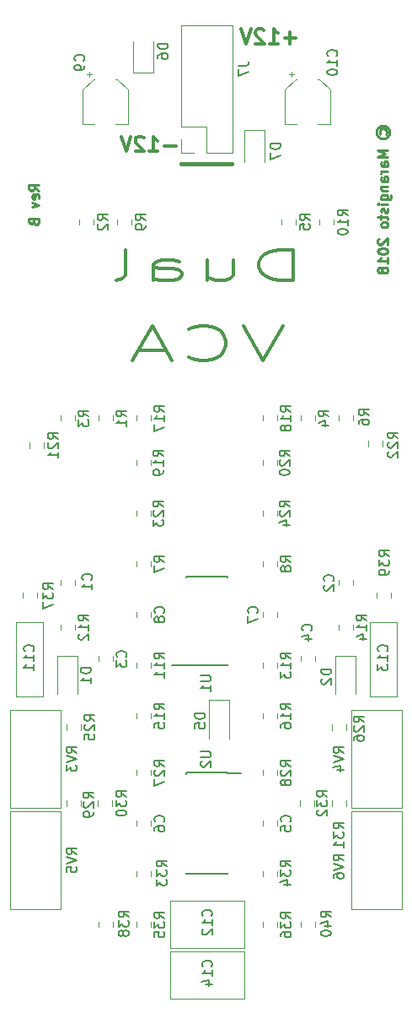
<source format=gbr>
G04 #@! TF.GenerationSoftware,KiCad,Pcbnew,(5.0.0)*
G04 #@! TF.CreationDate,2018-08-12T23:07:36+08:00*
G04 #@! TF.ProjectId,VCA,5643412E6B696361645F706362000000,rev?*
G04 #@! TF.SameCoordinates,PX18392c0PY18392c0*
G04 #@! TF.FileFunction,Legend,Bot*
G04 #@! TF.FilePolarity,Positive*
%FSLAX46Y46*%
G04 Gerber Fmt 4.6, Leading zero omitted, Abs format (unit mm)*
G04 Created by KiCad (PCBNEW (5.0.0)) date 08/12/18 23:07:36*
%MOMM*%
%LPD*%
G01*
G04 APERTURE LIST*
%ADD10C,0.300000*%
%ADD11C,0.250000*%
%ADD12C,0.400000*%
%ADD13C,0.120000*%
%ADD14C,0.150000*%
G04 APERTURE END LIST*
D10*
X109298428Y-58789333D02*
X107298428Y-62289333D01*
X105298428Y-58789333D01*
X99869857Y-61956000D02*
X100155571Y-62122666D01*
X101012714Y-62289333D01*
X101584142Y-62289333D01*
X102441285Y-62122666D01*
X103012714Y-61789333D01*
X103298428Y-61456000D01*
X103584142Y-60789333D01*
X103584142Y-60289333D01*
X103298428Y-59622666D01*
X103012714Y-59289333D01*
X102441285Y-58956000D01*
X101584142Y-58789333D01*
X101012714Y-58789333D01*
X100155571Y-58956000D01*
X99869857Y-59122666D01*
X97584142Y-61289333D02*
X94727000Y-61289333D01*
X98155571Y-62289333D02*
X96155571Y-58789333D01*
X94155571Y-62289333D01*
D11*
X84780380Y-45228047D02*
X84304190Y-44894714D01*
X84780380Y-44656619D02*
X83780380Y-44656619D01*
X83780380Y-45037571D01*
X83828000Y-45132809D01*
X83875619Y-45180428D01*
X83970857Y-45228047D01*
X84113714Y-45228047D01*
X84208952Y-45180428D01*
X84256571Y-45132809D01*
X84304190Y-45037571D01*
X84304190Y-44656619D01*
X84732761Y-46037571D02*
X84780380Y-45942333D01*
X84780380Y-45751857D01*
X84732761Y-45656619D01*
X84637523Y-45609000D01*
X84256571Y-45609000D01*
X84161333Y-45656619D01*
X84113714Y-45751857D01*
X84113714Y-45942333D01*
X84161333Y-46037571D01*
X84256571Y-46085190D01*
X84351809Y-46085190D01*
X84447047Y-45609000D01*
X84113714Y-46418523D02*
X84780380Y-46656619D01*
X84113714Y-46894714D01*
X84256571Y-48370904D02*
X84304190Y-48513761D01*
X84351809Y-48561380D01*
X84447047Y-48609000D01*
X84589904Y-48609000D01*
X84685142Y-48561380D01*
X84732761Y-48513761D01*
X84780380Y-48418523D01*
X84780380Y-48037571D01*
X83780380Y-48037571D01*
X83780380Y-48370904D01*
X83828000Y-48466142D01*
X83875619Y-48513761D01*
X83970857Y-48561380D01*
X84066095Y-48561380D01*
X84161333Y-48513761D01*
X84208952Y-48466142D01*
X84256571Y-48370904D01*
X84256571Y-48037571D01*
X119070476Y-39553333D02*
X119022857Y-39458095D01*
X119022857Y-39267619D01*
X119070476Y-39172380D01*
X119165714Y-39077142D01*
X119260952Y-39029523D01*
X119451428Y-39029523D01*
X119546666Y-39077142D01*
X119641904Y-39172380D01*
X119689523Y-39267619D01*
X119689523Y-39458095D01*
X119641904Y-39553333D01*
X118689523Y-39362857D02*
X118737142Y-39124761D01*
X118880000Y-38886666D01*
X119118095Y-38743809D01*
X119356190Y-38696190D01*
X119594285Y-38743809D01*
X119832380Y-38886666D01*
X119975238Y-39124761D01*
X120022857Y-39362857D01*
X119975238Y-39600952D01*
X119832380Y-39839047D01*
X119594285Y-39981904D01*
X119356190Y-40029523D01*
X119118095Y-39981904D01*
X118880000Y-39839047D01*
X118737142Y-39600952D01*
X118689523Y-39362857D01*
X119832380Y-41220000D02*
X118832380Y-41220000D01*
X119546666Y-41553333D01*
X118832380Y-41886666D01*
X119832380Y-41886666D01*
X119832380Y-42791428D02*
X119308571Y-42791428D01*
X119213333Y-42743809D01*
X119165714Y-42648571D01*
X119165714Y-42458095D01*
X119213333Y-42362857D01*
X119784761Y-42791428D02*
X119832380Y-42696190D01*
X119832380Y-42458095D01*
X119784761Y-42362857D01*
X119689523Y-42315238D01*
X119594285Y-42315238D01*
X119499047Y-42362857D01*
X119451428Y-42458095D01*
X119451428Y-42696190D01*
X119403809Y-42791428D01*
X119832380Y-43267619D02*
X119165714Y-43267619D01*
X119356190Y-43267619D02*
X119260952Y-43315238D01*
X119213333Y-43362857D01*
X119165714Y-43458095D01*
X119165714Y-43553333D01*
X119832380Y-44315238D02*
X119308571Y-44315238D01*
X119213333Y-44267619D01*
X119165714Y-44172380D01*
X119165714Y-43981904D01*
X119213333Y-43886666D01*
X119784761Y-44315238D02*
X119832380Y-44220000D01*
X119832380Y-43981904D01*
X119784761Y-43886666D01*
X119689523Y-43839047D01*
X119594285Y-43839047D01*
X119499047Y-43886666D01*
X119451428Y-43981904D01*
X119451428Y-44220000D01*
X119403809Y-44315238D01*
X119165714Y-44791428D02*
X119832380Y-44791428D01*
X119260952Y-44791428D02*
X119213333Y-44839047D01*
X119165714Y-44934285D01*
X119165714Y-45077142D01*
X119213333Y-45172380D01*
X119308571Y-45220000D01*
X119832380Y-45220000D01*
X119165714Y-46124761D02*
X119975238Y-46124761D01*
X120070476Y-46077142D01*
X120118095Y-46029523D01*
X120165714Y-45934285D01*
X120165714Y-45791428D01*
X120118095Y-45696190D01*
X119784761Y-46124761D02*
X119832380Y-46029523D01*
X119832380Y-45839047D01*
X119784761Y-45743809D01*
X119737142Y-45696190D01*
X119641904Y-45648571D01*
X119356190Y-45648571D01*
X119260952Y-45696190D01*
X119213333Y-45743809D01*
X119165714Y-45839047D01*
X119165714Y-46029523D01*
X119213333Y-46124761D01*
X119832380Y-46600952D02*
X119165714Y-46600952D01*
X118832380Y-46600952D02*
X118880000Y-46553333D01*
X118927619Y-46600952D01*
X118880000Y-46648571D01*
X118832380Y-46600952D01*
X118927619Y-46600952D01*
X119784761Y-47029523D02*
X119832380Y-47124761D01*
X119832380Y-47315238D01*
X119784761Y-47410476D01*
X119689523Y-47458095D01*
X119641904Y-47458095D01*
X119546666Y-47410476D01*
X119499047Y-47315238D01*
X119499047Y-47172380D01*
X119451428Y-47077142D01*
X119356190Y-47029523D01*
X119308571Y-47029523D01*
X119213333Y-47077142D01*
X119165714Y-47172380D01*
X119165714Y-47315238D01*
X119213333Y-47410476D01*
X119165714Y-47743809D02*
X119165714Y-48124761D01*
X118832380Y-47886666D02*
X119689523Y-47886666D01*
X119784761Y-47934285D01*
X119832380Y-48029523D01*
X119832380Y-48124761D01*
X119832380Y-48600952D02*
X119784761Y-48505714D01*
X119737142Y-48458095D01*
X119641904Y-48410476D01*
X119356190Y-48410476D01*
X119260952Y-48458095D01*
X119213333Y-48505714D01*
X119165714Y-48600952D01*
X119165714Y-48743809D01*
X119213333Y-48839047D01*
X119260952Y-48886666D01*
X119356190Y-48934285D01*
X119641904Y-48934285D01*
X119737142Y-48886666D01*
X119784761Y-48839047D01*
X119832380Y-48743809D01*
X119832380Y-48600952D01*
X118927619Y-50077142D02*
X118880000Y-50124761D01*
X118832380Y-50220000D01*
X118832380Y-50458095D01*
X118880000Y-50553333D01*
X118927619Y-50600952D01*
X119022857Y-50648571D01*
X119118095Y-50648571D01*
X119260952Y-50600952D01*
X119832380Y-50029523D01*
X119832380Y-50648571D01*
X118832380Y-51267619D02*
X118832380Y-51362857D01*
X118880000Y-51458095D01*
X118927619Y-51505714D01*
X119022857Y-51553333D01*
X119213333Y-51600952D01*
X119451428Y-51600952D01*
X119641904Y-51553333D01*
X119737142Y-51505714D01*
X119784761Y-51458095D01*
X119832380Y-51362857D01*
X119832380Y-51267619D01*
X119784761Y-51172380D01*
X119737142Y-51124761D01*
X119641904Y-51077142D01*
X119451428Y-51029523D01*
X119213333Y-51029523D01*
X119022857Y-51077142D01*
X118927619Y-51124761D01*
X118880000Y-51172380D01*
X118832380Y-51267619D01*
X119832380Y-52553333D02*
X119832380Y-51981904D01*
X119832380Y-52267619D02*
X118832380Y-52267619D01*
X118975238Y-52172380D01*
X119070476Y-52077142D01*
X119118095Y-51981904D01*
X119260952Y-53124761D02*
X119213333Y-53029523D01*
X119165714Y-52981904D01*
X119070476Y-52934285D01*
X119022857Y-52934285D01*
X118927619Y-52981904D01*
X118880000Y-53029523D01*
X118832380Y-53124761D01*
X118832380Y-53315238D01*
X118880000Y-53410476D01*
X118927619Y-53458095D01*
X119022857Y-53505714D01*
X119070476Y-53505714D01*
X119165714Y-53458095D01*
X119213333Y-53410476D01*
X119260952Y-53315238D01*
X119260952Y-53124761D01*
X119308571Y-53029523D01*
X119356190Y-52981904D01*
X119451428Y-52934285D01*
X119641904Y-52934285D01*
X119737142Y-52981904D01*
X119784761Y-53029523D01*
X119832380Y-53124761D01*
X119832380Y-53315238D01*
X119784761Y-53410476D01*
X119737142Y-53458095D01*
X119641904Y-53505714D01*
X119451428Y-53505714D01*
X119356190Y-53458095D01*
X119308571Y-53410476D01*
X119260952Y-53315238D01*
D10*
X110298428Y-54189142D02*
X110298428Y-51189142D01*
X108869857Y-51189142D01*
X108012714Y-51332000D01*
X107441285Y-51617714D01*
X107155571Y-51903428D01*
X106869857Y-52474857D01*
X106869857Y-52903428D01*
X107155571Y-53474857D01*
X107441285Y-53760571D01*
X108012714Y-54046285D01*
X108869857Y-54189142D01*
X110298428Y-54189142D01*
X101727000Y-52189142D02*
X101727000Y-54189142D01*
X104298428Y-52189142D02*
X104298428Y-53760571D01*
X104012714Y-54046285D01*
X103441285Y-54189142D01*
X102584142Y-54189142D01*
X102012714Y-54046285D01*
X101727000Y-53903428D01*
X96298428Y-54189142D02*
X96298428Y-52617714D01*
X96584142Y-52332000D01*
X97155571Y-52189142D01*
X98298428Y-52189142D01*
X98869857Y-52332000D01*
X96298428Y-54046285D02*
X96869857Y-54189142D01*
X98298428Y-54189142D01*
X98869857Y-54046285D01*
X99155571Y-53760571D01*
X99155571Y-53474857D01*
X98869857Y-53189142D01*
X98298428Y-53046285D01*
X96869857Y-53046285D01*
X96298428Y-52903428D01*
X92584142Y-54189142D02*
X93155571Y-54046285D01*
X93441285Y-53760571D01*
X93441285Y-51189142D01*
D12*
X104140000Y-42545000D02*
X99060000Y-42545000D01*
D10*
X98527857Y-40747142D02*
X97385000Y-40747142D01*
X95885000Y-41318571D02*
X96742142Y-41318571D01*
X96313571Y-41318571D02*
X96313571Y-39818571D01*
X96456428Y-40032857D01*
X96599285Y-40175714D01*
X96742142Y-40247142D01*
X95313571Y-39961428D02*
X95242142Y-39890000D01*
X95099285Y-39818571D01*
X94742142Y-39818571D01*
X94599285Y-39890000D01*
X94527857Y-39961428D01*
X94456428Y-40104285D01*
X94456428Y-40247142D01*
X94527857Y-40461428D01*
X95385000Y-41318571D01*
X94456428Y-41318571D01*
X94027857Y-39818571D02*
X93527857Y-41318571D01*
X93027857Y-39818571D01*
X110592857Y-29952142D02*
X109450000Y-29952142D01*
X110021428Y-30523571D02*
X110021428Y-29380714D01*
X107950000Y-30523571D02*
X108807142Y-30523571D01*
X108378571Y-30523571D02*
X108378571Y-29023571D01*
X108521428Y-29237857D01*
X108664285Y-29380714D01*
X108807142Y-29452142D01*
X107378571Y-29166428D02*
X107307142Y-29095000D01*
X107164285Y-29023571D01*
X106807142Y-29023571D01*
X106664285Y-29095000D01*
X106592857Y-29166428D01*
X106521428Y-29309285D01*
X106521428Y-29452142D01*
X106592857Y-29666428D01*
X107450000Y-30523571D01*
X106521428Y-30523571D01*
X106092857Y-29023571D02*
X105592857Y-30523571D01*
X105092857Y-29023571D01*
D13*
G04 #@! TO.C,D7*
X107426000Y-39202000D02*
X105426000Y-39202000D01*
X107426000Y-39202000D02*
X107426000Y-42402000D01*
X105426000Y-42402000D02*
X105426000Y-39202000D01*
G04 #@! TO.C,R28*
X107270480Y-103885498D02*
X107270480Y-103368342D01*
X108690480Y-103885498D02*
X108690480Y-103368342D01*
G04 #@! TO.C,C10*
X109950000Y-33572000D02*
X110450000Y-33572000D01*
X110200000Y-33322000D02*
X110200000Y-33822000D01*
X112955563Y-34062000D02*
X114020000Y-35126437D01*
X110564437Y-34062000D02*
X109500000Y-35126437D01*
X110564437Y-34062000D02*
X110700000Y-34062000D01*
X112955563Y-34062000D02*
X112820000Y-34062000D01*
X114020000Y-35126437D02*
X114020000Y-38582000D01*
X109500000Y-35126437D02*
X109500000Y-38582000D01*
X109500000Y-38582000D02*
X110700000Y-38582000D01*
X114020000Y-38582000D02*
X112820000Y-38582000D01*
G04 #@! TO.C,C9*
X89630000Y-33572000D02*
X90130000Y-33572000D01*
X89880000Y-33322000D02*
X89880000Y-33822000D01*
X92635563Y-34062000D02*
X93700000Y-35126437D01*
X90244437Y-34062000D02*
X89180000Y-35126437D01*
X90244437Y-34062000D02*
X90380000Y-34062000D01*
X92635563Y-34062000D02*
X92500000Y-34062000D01*
X93700000Y-35126437D02*
X93700000Y-38582000D01*
X89180000Y-35126437D02*
X89180000Y-38582000D01*
X89180000Y-38582000D02*
X90380000Y-38582000D01*
X93700000Y-38582000D02*
X92500000Y-38582000D01*
G04 #@! TO.C,C1*
X88370480Y-84318342D02*
X88370480Y-84835498D01*
X86950480Y-84318342D02*
X86950480Y-84835498D01*
G04 #@! TO.C,C2*
X116310480Y-84318342D02*
X116310480Y-84835498D01*
X114890480Y-84318342D02*
X114890480Y-84835498D01*
G04 #@! TO.C,C3*
X90760480Y-92455498D02*
X90760480Y-91938342D01*
X92180480Y-92455498D02*
X92180480Y-91938342D01*
G04 #@! TO.C,C4*
X111080480Y-92455498D02*
X111080480Y-91938342D01*
X112500480Y-92455498D02*
X112500480Y-91938342D01*
G04 #@! TO.C,C5*
X107270480Y-108965498D02*
X107270480Y-108448342D01*
X108690480Y-108965498D02*
X108690480Y-108448342D01*
G04 #@! TO.C,C6*
X94570480Y-108965498D02*
X94570480Y-108448342D01*
X95990480Y-108965498D02*
X95990480Y-108448342D01*
G04 #@! TO.C,C7*
X108690480Y-87493342D02*
X108690480Y-88010498D01*
X107270480Y-87493342D02*
X107270480Y-88010498D01*
G04 #@! TO.C,C8*
X94570480Y-88010498D02*
X94570480Y-87493342D01*
X95990480Y-88010498D02*
X95990480Y-87493342D01*
G04 #@! TO.C,C11*
X85220480Y-88516920D02*
X82480480Y-88516920D01*
X85220480Y-95956920D02*
X82480480Y-95956920D01*
X82480480Y-95956920D02*
X82480480Y-88516920D01*
X85220480Y-95956920D02*
X85220480Y-88516920D01*
G04 #@! TO.C,C13*
X120780480Y-88516920D02*
X118040480Y-88516920D01*
X120780480Y-95956920D02*
X118040480Y-95956920D01*
X118040480Y-95956920D02*
X118040480Y-88516920D01*
X120780480Y-95956920D02*
X120780480Y-88516920D01*
G04 #@! TO.C,C12*
X97950480Y-116496920D02*
X97950480Y-121236920D01*
X105390480Y-116496920D02*
X105390480Y-121236920D01*
X105390480Y-121236920D02*
X97950480Y-121236920D01*
X105390480Y-116496920D02*
X97950480Y-116496920D01*
G04 #@! TO.C,C14*
X97950480Y-121576920D02*
X97950480Y-126316920D01*
X105390480Y-121576920D02*
X105390480Y-126316920D01*
X105390480Y-126316920D02*
X97950480Y-126316920D01*
X105390480Y-121576920D02*
X97950480Y-121576920D01*
G04 #@! TO.C,J7*
X99030480Y-41456920D02*
X100360480Y-41456920D01*
X99030480Y-40126920D02*
X99030480Y-41456920D01*
X101630480Y-41456920D02*
X104230480Y-41456920D01*
X101630480Y-38856920D02*
X101630480Y-41456920D01*
X99030480Y-38856920D02*
X101630480Y-38856920D01*
X104230480Y-41456920D02*
X104230480Y-28636920D01*
X99030480Y-38856920D02*
X99030480Y-28636920D01*
X99030480Y-28636920D02*
X104230480Y-28636920D01*
G04 #@! TO.C,D6*
X94280480Y-33436920D02*
X96280480Y-33436920D01*
X94280480Y-33436920D02*
X94280480Y-30236920D01*
X96280480Y-30236920D02*
X96280480Y-33436920D01*
G04 #@! TO.C,D1*
X86660480Y-91901920D02*
X86660480Y-95751920D01*
X88660480Y-91901920D02*
X88660480Y-95751920D01*
X86660480Y-91901920D02*
X88660480Y-91901920D01*
G04 #@! TO.C,D2*
X114600480Y-91901920D02*
X114600480Y-95751920D01*
X116600480Y-91901920D02*
X116600480Y-95751920D01*
X114600480Y-91901920D02*
X116600480Y-91901920D01*
G04 #@! TO.C,D5*
X101900480Y-96346920D02*
X101900480Y-100196920D01*
X103900480Y-96346920D02*
X103900480Y-100196920D01*
X101900480Y-96346920D02*
X103900480Y-96346920D01*
D14*
G04 #@! TO.C,U1*
X99555480Y-92811920D02*
X98180480Y-92811920D01*
X99555480Y-83936920D02*
X103705480Y-83936920D01*
X99555480Y-92836920D02*
X103705480Y-92836920D01*
X99555480Y-83936920D02*
X99555480Y-84051920D01*
X103705480Y-83936920D02*
X103705480Y-84051920D01*
X103705480Y-92836920D02*
X103705480Y-92721920D01*
X99555480Y-92836920D02*
X99555480Y-92811920D01*
G04 #@! TO.C,U2*
X103705480Y-103656920D02*
X105080480Y-103656920D01*
X103705480Y-113781920D02*
X99555480Y-113781920D01*
X103705480Y-103631920D02*
X99555480Y-103631920D01*
X103705480Y-113781920D02*
X103705480Y-113676920D01*
X99555480Y-113781920D02*
X99555480Y-113676920D01*
X99555480Y-103631920D02*
X99555480Y-103736920D01*
X103705480Y-103631920D02*
X103705480Y-103656920D01*
D13*
G04 #@! TO.C,RV5*
X86985000Y-107510000D02*
X81915000Y-107510000D01*
X86985000Y-117280000D02*
X81915000Y-117280000D01*
X81915000Y-117280000D02*
X81915000Y-107510000D01*
X86985000Y-117280000D02*
X86985000Y-107510000D01*
G04 #@! TO.C,RV6*
X121275000Y-107510000D02*
X116205000Y-107510000D01*
X121275000Y-117280000D02*
X116205000Y-117280000D01*
X116205000Y-117280000D02*
X116205000Y-107510000D01*
X121275000Y-117280000D02*
X121275000Y-107510000D01*
G04 #@! TO.C,RV3*
X86985000Y-97350000D02*
X81915000Y-97350000D01*
X86985000Y-107120000D02*
X81915000Y-107120000D01*
X81915000Y-107120000D02*
X81915000Y-97350000D01*
X86985000Y-107120000D02*
X86985000Y-97350000D01*
G04 #@! TO.C,RV4*
X121275000Y-97350000D02*
X116205000Y-97350000D01*
X121275000Y-107120000D02*
X116205000Y-107120000D01*
X116205000Y-107120000D02*
X116205000Y-97350000D01*
X121275000Y-107120000D02*
X121275000Y-97350000D01*
G04 #@! TO.C,R10*
X112985480Y-48640498D02*
X112985480Y-48123342D01*
X114405480Y-48640498D02*
X114405480Y-48123342D01*
G04 #@! TO.C,R30*
X90730000Y-106938578D02*
X90730000Y-106421422D01*
X92150000Y-106938578D02*
X92150000Y-106421422D01*
G04 #@! TO.C,R27*
X94570480Y-103885498D02*
X94570480Y-103368342D01*
X95990480Y-103885498D02*
X95990480Y-103368342D01*
G04 #@! TO.C,R25*
X87555000Y-99318578D02*
X87555000Y-98801422D01*
X88975000Y-99318578D02*
X88975000Y-98801422D01*
G04 #@! TO.C,R29*
X88975000Y-106421422D02*
X88975000Y-106938578D01*
X87555000Y-106421422D02*
X87555000Y-106938578D01*
G04 #@! TO.C,R31*
X115645000Y-106421422D02*
X115645000Y-106938578D01*
X114225000Y-106421422D02*
X114225000Y-106938578D01*
G04 #@! TO.C,R32*
X111050000Y-106938578D02*
X111050000Y-106421422D01*
X112470000Y-106938578D02*
X112470000Y-106421422D01*
G04 #@! TO.C,R33*
X95990480Y-113528342D02*
X95990480Y-114045498D01*
X94570480Y-113528342D02*
X94570480Y-114045498D01*
G04 #@! TO.C,R8*
X107270480Y-82930498D02*
X107270480Y-82413342D01*
X108690480Y-82930498D02*
X108690480Y-82413342D01*
G04 #@! TO.C,R35*
X94570480Y-119125498D02*
X94570480Y-118608342D01*
X95990480Y-119125498D02*
X95990480Y-118608342D01*
G04 #@! TO.C,R36*
X107270480Y-119125498D02*
X107270480Y-118608342D01*
X108690480Y-119125498D02*
X108690480Y-118608342D01*
G04 #@! TO.C,R37*
X84560480Y-85588342D02*
X84560480Y-86105498D01*
X83140480Y-85588342D02*
X83140480Y-86105498D01*
G04 #@! TO.C,R38*
X92180480Y-118608342D02*
X92180480Y-119125498D01*
X90760480Y-118608342D02*
X90760480Y-119125498D01*
G04 #@! TO.C,R39*
X120120480Y-85588342D02*
X120120480Y-86105498D01*
X118700480Y-85588342D02*
X118700480Y-86105498D01*
G04 #@! TO.C,R40*
X112500480Y-118608342D02*
X112500480Y-119125498D01*
X111080480Y-118608342D02*
X111080480Y-119125498D01*
G04 #@! TO.C,R26*
X114225000Y-99318578D02*
X114225000Y-98801422D01*
X115645000Y-99318578D02*
X115645000Y-98801422D01*
G04 #@! TO.C,R21*
X83872000Y-71046078D02*
X83872000Y-70528922D01*
X85292000Y-71046078D02*
X85292000Y-70528922D01*
G04 #@! TO.C,R20*
X108690480Y-72253342D02*
X108690480Y-72770498D01*
X107270480Y-72253342D02*
X107270480Y-72770498D01*
G04 #@! TO.C,R19*
X95990480Y-72253342D02*
X95990480Y-72770498D01*
X94570480Y-72253342D02*
X94570480Y-72770498D01*
G04 #@! TO.C,R34*
X108690480Y-113528342D02*
X108690480Y-114045498D01*
X107270480Y-113528342D02*
X107270480Y-114045498D01*
G04 #@! TO.C,R17*
X94570480Y-68325498D02*
X94570480Y-67808342D01*
X95990480Y-68325498D02*
X95990480Y-67808342D01*
G04 #@! TO.C,R16*
X107270480Y-98170498D02*
X107270480Y-97653342D01*
X108690480Y-98170498D02*
X108690480Y-97653342D01*
G04 #@! TO.C,R15*
X94570480Y-98170498D02*
X94570480Y-97653342D01*
X95990480Y-98170498D02*
X95990480Y-97653342D01*
G04 #@! TO.C,R14*
X114890480Y-89280498D02*
X114890480Y-88763342D01*
X116310480Y-89280498D02*
X116310480Y-88763342D01*
G04 #@! TO.C,R13*
X107270480Y-93090498D02*
X107270480Y-92573342D01*
X108690480Y-93090498D02*
X108690480Y-92573342D01*
G04 #@! TO.C,R12*
X86950480Y-89280498D02*
X86950480Y-88763342D01*
X88370480Y-89280498D02*
X88370480Y-88763342D01*
G04 #@! TO.C,R11*
X94570480Y-93090498D02*
X94570480Y-92573342D01*
X95990480Y-93090498D02*
X95990480Y-92573342D01*
G04 #@! TO.C,R23*
X95990480Y-77333342D02*
X95990480Y-77850498D01*
X94570480Y-77333342D02*
X94570480Y-77850498D01*
G04 #@! TO.C,R24*
X108690480Y-77333342D02*
X108690480Y-77850498D01*
X107270480Y-77333342D02*
X107270480Y-77850498D01*
G04 #@! TO.C,R18*
X107270480Y-68325498D02*
X107270480Y-67808342D01*
X108690480Y-68325498D02*
X108690480Y-67808342D01*
G04 #@! TO.C,R7*
X94570480Y-82930498D02*
X94570480Y-82413342D01*
X95990480Y-82930498D02*
X95990480Y-82413342D01*
G04 #@! TO.C,R6*
X116310480Y-67808342D02*
X116310480Y-68325498D01*
X114890480Y-67808342D02*
X114890480Y-68325498D01*
G04 #@! TO.C,R5*
X109175480Y-48640498D02*
X109175480Y-48123342D01*
X110595480Y-48640498D02*
X110595480Y-48123342D01*
G04 #@! TO.C,R4*
X111080480Y-68325498D02*
X111080480Y-67808342D01*
X112500480Y-68325498D02*
X112500480Y-67808342D01*
G04 #@! TO.C,R3*
X86950480Y-68325498D02*
X86950480Y-67808342D01*
X88370480Y-68325498D02*
X88370480Y-67808342D01*
G04 #@! TO.C,R2*
X88855480Y-48640498D02*
X88855480Y-48123342D01*
X90275480Y-48640498D02*
X90275480Y-48123342D01*
G04 #@! TO.C,R1*
X90760480Y-68325498D02*
X90760480Y-67808342D01*
X92180480Y-68325498D02*
X92180480Y-67808342D01*
G04 #@! TO.C,R22*
X117908000Y-70870578D02*
X117908000Y-70353422D01*
X119328000Y-70870578D02*
X119328000Y-70353422D01*
G04 #@! TO.C,R9*
X92665480Y-48640498D02*
X92665480Y-48123342D01*
X94085480Y-48640498D02*
X94085480Y-48123342D01*
G04 #@! TO.C,D7*
D14*
X109037380Y-40536904D02*
X108037380Y-40536904D01*
X108037380Y-40775000D01*
X108085000Y-40917857D01*
X108180238Y-41013095D01*
X108275476Y-41060714D01*
X108465952Y-41108333D01*
X108608809Y-41108333D01*
X108799285Y-41060714D01*
X108894523Y-41013095D01*
X108989761Y-40917857D01*
X109037380Y-40775000D01*
X109037380Y-40536904D01*
X108037380Y-41441666D02*
X108037380Y-42108333D01*
X109037380Y-41679761D01*
G04 #@! TO.C,R28*
X110082860Y-102984062D02*
X109606670Y-102650729D01*
X110082860Y-102412634D02*
X109082860Y-102412634D01*
X109082860Y-102793586D01*
X109130480Y-102888824D01*
X109178099Y-102936443D01*
X109273337Y-102984062D01*
X109416194Y-102984062D01*
X109511432Y-102936443D01*
X109559051Y-102888824D01*
X109606670Y-102793586D01*
X109606670Y-102412634D01*
X109178099Y-103365015D02*
X109130480Y-103412634D01*
X109082860Y-103507872D01*
X109082860Y-103745967D01*
X109130480Y-103841205D01*
X109178099Y-103888824D01*
X109273337Y-103936443D01*
X109368575Y-103936443D01*
X109511432Y-103888824D01*
X110082860Y-103317396D01*
X110082860Y-103936443D01*
X109511432Y-104507872D02*
X109463813Y-104412634D01*
X109416194Y-104365015D01*
X109320956Y-104317396D01*
X109273337Y-104317396D01*
X109178099Y-104365015D01*
X109130480Y-104412634D01*
X109082860Y-104507872D01*
X109082860Y-104698348D01*
X109130480Y-104793586D01*
X109178099Y-104841205D01*
X109273337Y-104888824D01*
X109320956Y-104888824D01*
X109416194Y-104841205D01*
X109463813Y-104793586D01*
X109511432Y-104698348D01*
X109511432Y-104507872D01*
X109559051Y-104412634D01*
X109606670Y-104365015D01*
X109701908Y-104317396D01*
X109892384Y-104317396D01*
X109987622Y-104365015D01*
X110035241Y-104412634D01*
X110082860Y-104507872D01*
X110082860Y-104698348D01*
X110035241Y-104793586D01*
X109987622Y-104841205D01*
X109892384Y-104888824D01*
X109701908Y-104888824D01*
X109606670Y-104841205D01*
X109559051Y-104793586D01*
X109511432Y-104698348D01*
G04 #@! TO.C,C10*
X114657142Y-31742142D02*
X114704761Y-31694523D01*
X114752380Y-31551666D01*
X114752380Y-31456428D01*
X114704761Y-31313571D01*
X114609523Y-31218333D01*
X114514285Y-31170714D01*
X114323809Y-31123095D01*
X114180952Y-31123095D01*
X113990476Y-31170714D01*
X113895238Y-31218333D01*
X113800000Y-31313571D01*
X113752380Y-31456428D01*
X113752380Y-31551666D01*
X113800000Y-31694523D01*
X113847619Y-31742142D01*
X114752380Y-32694523D02*
X114752380Y-32123095D01*
X114752380Y-32408809D02*
X113752380Y-32408809D01*
X113895238Y-32313571D01*
X113990476Y-32218333D01*
X114038095Y-32123095D01*
X113752380Y-33313571D02*
X113752380Y-33408809D01*
X113800000Y-33504047D01*
X113847619Y-33551666D01*
X113942857Y-33599285D01*
X114133333Y-33646904D01*
X114371428Y-33646904D01*
X114561904Y-33599285D01*
X114657142Y-33551666D01*
X114704761Y-33504047D01*
X114752380Y-33408809D01*
X114752380Y-33313571D01*
X114704761Y-33218333D01*
X114657142Y-33170714D01*
X114561904Y-33123095D01*
X114371428Y-33075476D01*
X114133333Y-33075476D01*
X113942857Y-33123095D01*
X113847619Y-33170714D01*
X113800000Y-33218333D01*
X113752380Y-33313571D01*
G04 #@! TO.C,C9*
X89257142Y-32218333D02*
X89304761Y-32170714D01*
X89352380Y-32027857D01*
X89352380Y-31932619D01*
X89304761Y-31789761D01*
X89209523Y-31694523D01*
X89114285Y-31646904D01*
X88923809Y-31599285D01*
X88780952Y-31599285D01*
X88590476Y-31646904D01*
X88495238Y-31694523D01*
X88400000Y-31789761D01*
X88352380Y-31932619D01*
X88352380Y-32027857D01*
X88400000Y-32170714D01*
X88447619Y-32218333D01*
X89352380Y-32694523D02*
X89352380Y-32885000D01*
X89304761Y-32980238D01*
X89257142Y-33027857D01*
X89114285Y-33123095D01*
X88923809Y-33170714D01*
X88542857Y-33170714D01*
X88447619Y-33123095D01*
X88400000Y-33075476D01*
X88352380Y-32980238D01*
X88352380Y-32789761D01*
X88400000Y-32694523D01*
X88447619Y-32646904D01*
X88542857Y-32599285D01*
X88780952Y-32599285D01*
X88876190Y-32646904D01*
X88923809Y-32694523D01*
X88971428Y-32789761D01*
X88971428Y-32980238D01*
X88923809Y-33075476D01*
X88876190Y-33123095D01*
X88780952Y-33170714D01*
G04 #@! TO.C,C1*
X90019142Y-84288333D02*
X90066761Y-84240714D01*
X90114380Y-84097857D01*
X90114380Y-84002619D01*
X90066761Y-83859761D01*
X89971523Y-83764523D01*
X89876285Y-83716904D01*
X89685809Y-83669285D01*
X89542952Y-83669285D01*
X89352476Y-83716904D01*
X89257238Y-83764523D01*
X89162000Y-83859761D01*
X89114380Y-84002619D01*
X89114380Y-84097857D01*
X89162000Y-84240714D01*
X89209619Y-84288333D01*
X90114380Y-85240714D02*
X90114380Y-84669285D01*
X90114380Y-84955000D02*
X89114380Y-84955000D01*
X89257238Y-84859761D01*
X89352476Y-84764523D01*
X89400095Y-84669285D01*
G04 #@! TO.C,C2*
X114307622Y-84410253D02*
X114355241Y-84362634D01*
X114402860Y-84219777D01*
X114402860Y-84124539D01*
X114355241Y-83981681D01*
X114260003Y-83886443D01*
X114164765Y-83838824D01*
X113974289Y-83791205D01*
X113831432Y-83791205D01*
X113640956Y-83838824D01*
X113545718Y-83886443D01*
X113450480Y-83981681D01*
X113402860Y-84124539D01*
X113402860Y-84219777D01*
X113450480Y-84362634D01*
X113498099Y-84410253D01*
X113498099Y-84791205D02*
X113450480Y-84838824D01*
X113402860Y-84934062D01*
X113402860Y-85172158D01*
X113450480Y-85267396D01*
X113498099Y-85315015D01*
X113593337Y-85362634D01*
X113688575Y-85362634D01*
X113831432Y-85315015D01*
X114402860Y-84743586D01*
X114402860Y-85362634D01*
G04 #@! TO.C,C3*
X93477622Y-92030253D02*
X93525241Y-91982634D01*
X93572860Y-91839777D01*
X93572860Y-91744539D01*
X93525241Y-91601681D01*
X93430003Y-91506443D01*
X93334765Y-91458824D01*
X93144289Y-91411205D01*
X93001432Y-91411205D01*
X92810956Y-91458824D01*
X92715718Y-91506443D01*
X92620480Y-91601681D01*
X92572860Y-91744539D01*
X92572860Y-91839777D01*
X92620480Y-91982634D01*
X92668099Y-92030253D01*
X92572860Y-92363586D02*
X92572860Y-92982634D01*
X92953813Y-92649300D01*
X92953813Y-92792158D01*
X93001432Y-92887396D01*
X93049051Y-92935015D01*
X93144289Y-92982634D01*
X93382384Y-92982634D01*
X93477622Y-92935015D01*
X93525241Y-92887396D01*
X93572860Y-92792158D01*
X93572860Y-92506443D01*
X93525241Y-92411205D01*
X93477622Y-92363586D01*
G04 #@! TO.C,C4*
X112117142Y-89368333D02*
X112164761Y-89320714D01*
X112212380Y-89177857D01*
X112212380Y-89082619D01*
X112164761Y-88939761D01*
X112069523Y-88844523D01*
X111974285Y-88796904D01*
X111783809Y-88749285D01*
X111640952Y-88749285D01*
X111450476Y-88796904D01*
X111355238Y-88844523D01*
X111260000Y-88939761D01*
X111212380Y-89082619D01*
X111212380Y-89177857D01*
X111260000Y-89320714D01*
X111307619Y-89368333D01*
X111545714Y-90225476D02*
X112212380Y-90225476D01*
X111164761Y-89987380D02*
X111879047Y-89749285D01*
X111879047Y-90368333D01*
G04 #@! TO.C,C5*
X109987622Y-108540253D02*
X110035241Y-108492634D01*
X110082860Y-108349777D01*
X110082860Y-108254539D01*
X110035241Y-108111681D01*
X109940003Y-108016443D01*
X109844765Y-107968824D01*
X109654289Y-107921205D01*
X109511432Y-107921205D01*
X109320956Y-107968824D01*
X109225718Y-108016443D01*
X109130480Y-108111681D01*
X109082860Y-108254539D01*
X109082860Y-108349777D01*
X109130480Y-108492634D01*
X109178099Y-108540253D01*
X109082860Y-109445015D02*
X109082860Y-108968824D01*
X109559051Y-108921205D01*
X109511432Y-108968824D01*
X109463813Y-109064062D01*
X109463813Y-109302158D01*
X109511432Y-109397396D01*
X109559051Y-109445015D01*
X109654289Y-109492634D01*
X109892384Y-109492634D01*
X109987622Y-109445015D01*
X110035241Y-109397396D01*
X110082860Y-109302158D01*
X110082860Y-109064062D01*
X110035241Y-108968824D01*
X109987622Y-108921205D01*
G04 #@! TO.C,C6*
X97287622Y-108540253D02*
X97335241Y-108492634D01*
X97382860Y-108349777D01*
X97382860Y-108254539D01*
X97335241Y-108111681D01*
X97240003Y-108016443D01*
X97144765Y-107968824D01*
X96954289Y-107921205D01*
X96811432Y-107921205D01*
X96620956Y-107968824D01*
X96525718Y-108016443D01*
X96430480Y-108111681D01*
X96382860Y-108254539D01*
X96382860Y-108349777D01*
X96430480Y-108492634D01*
X96478099Y-108540253D01*
X96382860Y-109397396D02*
X96382860Y-109206920D01*
X96430480Y-109111681D01*
X96478099Y-109064062D01*
X96620956Y-108968824D01*
X96811432Y-108921205D01*
X97192384Y-108921205D01*
X97287622Y-108968824D01*
X97335241Y-109016443D01*
X97382860Y-109111681D01*
X97382860Y-109302158D01*
X97335241Y-109397396D01*
X97287622Y-109445015D01*
X97192384Y-109492634D01*
X96954289Y-109492634D01*
X96859051Y-109445015D01*
X96811432Y-109397396D01*
X96763813Y-109302158D01*
X96763813Y-109111681D01*
X96811432Y-109016443D01*
X96859051Y-108968824D01*
X96954289Y-108921205D01*
G04 #@! TO.C,C7*
X106687622Y-87585253D02*
X106735241Y-87537634D01*
X106782860Y-87394777D01*
X106782860Y-87299539D01*
X106735241Y-87156681D01*
X106640003Y-87061443D01*
X106544765Y-87013824D01*
X106354289Y-86966205D01*
X106211432Y-86966205D01*
X106020956Y-87013824D01*
X105925718Y-87061443D01*
X105830480Y-87156681D01*
X105782860Y-87299539D01*
X105782860Y-87394777D01*
X105830480Y-87537634D01*
X105878099Y-87585253D01*
X105782860Y-87918586D02*
X105782860Y-88585253D01*
X106782860Y-88156681D01*
G04 #@! TO.C,C8*
X97287622Y-87585253D02*
X97335241Y-87537634D01*
X97382860Y-87394777D01*
X97382860Y-87299539D01*
X97335241Y-87156681D01*
X97240003Y-87061443D01*
X97144765Y-87013824D01*
X96954289Y-86966205D01*
X96811432Y-86966205D01*
X96620956Y-87013824D01*
X96525718Y-87061443D01*
X96430480Y-87156681D01*
X96382860Y-87299539D01*
X96382860Y-87394777D01*
X96430480Y-87537634D01*
X96478099Y-87585253D01*
X96811432Y-88156681D02*
X96763813Y-88061443D01*
X96716194Y-88013824D01*
X96620956Y-87966205D01*
X96573337Y-87966205D01*
X96478099Y-88013824D01*
X96430480Y-88061443D01*
X96382860Y-88156681D01*
X96382860Y-88347158D01*
X96430480Y-88442396D01*
X96478099Y-88490015D01*
X96573337Y-88537634D01*
X96620956Y-88537634D01*
X96716194Y-88490015D01*
X96763813Y-88442396D01*
X96811432Y-88347158D01*
X96811432Y-88156681D01*
X96859051Y-88061443D01*
X96906670Y-88013824D01*
X97001908Y-87966205D01*
X97192384Y-87966205D01*
X97287622Y-88013824D01*
X97335241Y-88061443D01*
X97382860Y-88156681D01*
X97382860Y-88347158D01*
X97335241Y-88442396D01*
X97287622Y-88490015D01*
X97192384Y-88537634D01*
X97001908Y-88537634D01*
X96906670Y-88490015D01*
X96859051Y-88442396D01*
X96811432Y-88347158D01*
G04 #@! TO.C,C11*
X84177142Y-91432142D02*
X84224761Y-91384523D01*
X84272380Y-91241666D01*
X84272380Y-91146428D01*
X84224761Y-91003571D01*
X84129523Y-90908333D01*
X84034285Y-90860714D01*
X83843809Y-90813095D01*
X83700952Y-90813095D01*
X83510476Y-90860714D01*
X83415238Y-90908333D01*
X83320000Y-91003571D01*
X83272380Y-91146428D01*
X83272380Y-91241666D01*
X83320000Y-91384523D01*
X83367619Y-91432142D01*
X84272380Y-92384523D02*
X84272380Y-91813095D01*
X84272380Y-92098809D02*
X83272380Y-92098809D01*
X83415238Y-92003571D01*
X83510476Y-91908333D01*
X83558095Y-91813095D01*
X84272380Y-93336904D02*
X84272380Y-92765476D01*
X84272380Y-93051190D02*
X83272380Y-93051190D01*
X83415238Y-92955952D01*
X83510476Y-92860714D01*
X83558095Y-92765476D01*
G04 #@! TO.C,C13*
X119737142Y-91432142D02*
X119784761Y-91384523D01*
X119832380Y-91241666D01*
X119832380Y-91146428D01*
X119784761Y-91003571D01*
X119689523Y-90908333D01*
X119594285Y-90860714D01*
X119403809Y-90813095D01*
X119260952Y-90813095D01*
X119070476Y-90860714D01*
X118975238Y-90908333D01*
X118880000Y-91003571D01*
X118832380Y-91146428D01*
X118832380Y-91241666D01*
X118880000Y-91384523D01*
X118927619Y-91432142D01*
X119832380Y-92384523D02*
X119832380Y-91813095D01*
X119832380Y-92098809D02*
X118832380Y-92098809D01*
X118975238Y-92003571D01*
X119070476Y-91908333D01*
X119118095Y-91813095D01*
X118832380Y-92717857D02*
X118832380Y-93336904D01*
X119213333Y-93003571D01*
X119213333Y-93146428D01*
X119260952Y-93241666D01*
X119308571Y-93289285D01*
X119403809Y-93336904D01*
X119641904Y-93336904D01*
X119737142Y-93289285D01*
X119784761Y-93241666D01*
X119832380Y-93146428D01*
X119832380Y-92860714D01*
X119784761Y-92765476D01*
X119737142Y-92717857D01*
G04 #@! TO.C,C12*
X102084142Y-117975142D02*
X102131761Y-117927523D01*
X102179380Y-117784666D01*
X102179380Y-117689428D01*
X102131761Y-117546571D01*
X102036523Y-117451333D01*
X101941285Y-117403714D01*
X101750809Y-117356095D01*
X101607952Y-117356095D01*
X101417476Y-117403714D01*
X101322238Y-117451333D01*
X101227000Y-117546571D01*
X101179380Y-117689428D01*
X101179380Y-117784666D01*
X101227000Y-117927523D01*
X101274619Y-117975142D01*
X102179380Y-118927523D02*
X102179380Y-118356095D01*
X102179380Y-118641809D02*
X101179380Y-118641809D01*
X101322238Y-118546571D01*
X101417476Y-118451333D01*
X101465095Y-118356095D01*
X101274619Y-119308476D02*
X101227000Y-119356095D01*
X101179380Y-119451333D01*
X101179380Y-119689428D01*
X101227000Y-119784666D01*
X101274619Y-119832285D01*
X101369857Y-119879904D01*
X101465095Y-119879904D01*
X101607952Y-119832285D01*
X102179380Y-119260857D01*
X102179380Y-119879904D01*
G04 #@! TO.C,C14*
X102084142Y-123055142D02*
X102131761Y-123007523D01*
X102179380Y-122864666D01*
X102179380Y-122769428D01*
X102131761Y-122626571D01*
X102036523Y-122531333D01*
X101941285Y-122483714D01*
X101750809Y-122436095D01*
X101607952Y-122436095D01*
X101417476Y-122483714D01*
X101322238Y-122531333D01*
X101227000Y-122626571D01*
X101179380Y-122769428D01*
X101179380Y-122864666D01*
X101227000Y-123007523D01*
X101274619Y-123055142D01*
X102179380Y-124007523D02*
X102179380Y-123436095D01*
X102179380Y-123721809D02*
X101179380Y-123721809D01*
X101322238Y-123626571D01*
X101417476Y-123531333D01*
X101465095Y-123436095D01*
X101512714Y-124864666D02*
X102179380Y-124864666D01*
X101131761Y-124626571D02*
X101846047Y-124388476D01*
X101846047Y-125007523D01*
G04 #@! TO.C,J7*
X104862380Y-32686666D02*
X105576666Y-32686666D01*
X105719523Y-32639047D01*
X105814761Y-32543809D01*
X105862380Y-32400952D01*
X105862380Y-32305714D01*
X104862380Y-33067619D02*
X104862380Y-33734285D01*
X105862380Y-33305714D01*
G04 #@! TO.C,D6*
X97732860Y-30498824D02*
X96732860Y-30498824D01*
X96732860Y-30736920D01*
X96780480Y-30879777D01*
X96875718Y-30975015D01*
X96970956Y-31022634D01*
X97161432Y-31070253D01*
X97304289Y-31070253D01*
X97494765Y-31022634D01*
X97590003Y-30975015D01*
X97685241Y-30879777D01*
X97732860Y-30736920D01*
X97732860Y-30498824D01*
X96732860Y-31927396D02*
X96732860Y-31736920D01*
X96780480Y-31641681D01*
X96828099Y-31594062D01*
X96970956Y-31498824D01*
X97161432Y-31451205D01*
X97542384Y-31451205D01*
X97637622Y-31498824D01*
X97685241Y-31546443D01*
X97732860Y-31641681D01*
X97732860Y-31832158D01*
X97685241Y-31927396D01*
X97637622Y-31975015D01*
X97542384Y-32022634D01*
X97304289Y-32022634D01*
X97209051Y-31975015D01*
X97161432Y-31927396D01*
X97113813Y-31832158D01*
X97113813Y-31641681D01*
X97161432Y-31546443D01*
X97209051Y-31498824D01*
X97304289Y-31451205D01*
G04 #@! TO.C,D1*
X89987380Y-93114904D02*
X88987380Y-93114904D01*
X88987380Y-93353000D01*
X89035000Y-93495857D01*
X89130238Y-93591095D01*
X89225476Y-93638714D01*
X89415952Y-93686333D01*
X89558809Y-93686333D01*
X89749285Y-93638714D01*
X89844523Y-93591095D01*
X89939761Y-93495857D01*
X89987380Y-93353000D01*
X89987380Y-93114904D01*
X89987380Y-94638714D02*
X89987380Y-94067285D01*
X89987380Y-94353000D02*
X88987380Y-94353000D01*
X89130238Y-94257761D01*
X89225476Y-94162523D01*
X89273095Y-94067285D01*
G04 #@! TO.C,D2*
X114147860Y-93236824D02*
X113147860Y-93236824D01*
X113147860Y-93474920D01*
X113195480Y-93617777D01*
X113290718Y-93713015D01*
X113385956Y-93760634D01*
X113576432Y-93808253D01*
X113719289Y-93808253D01*
X113909765Y-93760634D01*
X114005003Y-93713015D01*
X114100241Y-93617777D01*
X114147860Y-93474920D01*
X114147860Y-93236824D01*
X113243099Y-94189205D02*
X113195480Y-94236824D01*
X113147860Y-94332062D01*
X113147860Y-94570158D01*
X113195480Y-94665396D01*
X113243099Y-94713015D01*
X113338337Y-94760634D01*
X113433575Y-94760634D01*
X113576432Y-94713015D01*
X114147860Y-94141586D01*
X114147860Y-94760634D01*
G04 #@! TO.C,D5*
X101447860Y-97681824D02*
X100447860Y-97681824D01*
X100447860Y-97919920D01*
X100495480Y-98062777D01*
X100590718Y-98158015D01*
X100685956Y-98205634D01*
X100876432Y-98253253D01*
X101019289Y-98253253D01*
X101209765Y-98205634D01*
X101305003Y-98158015D01*
X101400241Y-98062777D01*
X101447860Y-97919920D01*
X101447860Y-97681824D01*
X100447860Y-99158015D02*
X100447860Y-98681824D01*
X100924051Y-98634205D01*
X100876432Y-98681824D01*
X100828813Y-98777062D01*
X100828813Y-99015158D01*
X100876432Y-99110396D01*
X100924051Y-99158015D01*
X101019289Y-99205634D01*
X101257384Y-99205634D01*
X101352622Y-99158015D01*
X101400241Y-99110396D01*
X101447860Y-99015158D01*
X101447860Y-98777062D01*
X101400241Y-98681824D01*
X101352622Y-98634205D01*
G04 #@! TO.C,U1*
X101052380Y-93853095D02*
X101861904Y-93853095D01*
X101957142Y-93900714D01*
X102004761Y-93948333D01*
X102052380Y-94043571D01*
X102052380Y-94234047D01*
X102004761Y-94329285D01*
X101957142Y-94376904D01*
X101861904Y-94424523D01*
X101052380Y-94424523D01*
X102052380Y-95424523D02*
X102052380Y-94853095D01*
X102052380Y-95138809D02*
X101052380Y-95138809D01*
X101195238Y-95043571D01*
X101290476Y-94948333D01*
X101338095Y-94853095D01*
G04 #@! TO.C,U2*
X101052380Y-101473095D02*
X101861904Y-101473095D01*
X101957142Y-101520714D01*
X102004761Y-101568333D01*
X102052380Y-101663571D01*
X102052380Y-101854047D01*
X102004761Y-101949285D01*
X101957142Y-101996904D01*
X101861904Y-102044523D01*
X101052380Y-102044523D01*
X101147619Y-102473095D02*
X101100000Y-102520714D01*
X101052380Y-102615952D01*
X101052380Y-102854047D01*
X101100000Y-102949285D01*
X101147619Y-102996904D01*
X101242857Y-103044523D01*
X101338095Y-103044523D01*
X101480952Y-102996904D01*
X102052380Y-102425476D01*
X102052380Y-103044523D01*
G04 #@! TO.C,RV5*
X88567380Y-111799761D02*
X88091190Y-111466428D01*
X88567380Y-111228333D02*
X87567380Y-111228333D01*
X87567380Y-111609285D01*
X87615000Y-111704523D01*
X87662619Y-111752142D01*
X87757857Y-111799761D01*
X87900714Y-111799761D01*
X87995952Y-111752142D01*
X88043571Y-111704523D01*
X88091190Y-111609285D01*
X88091190Y-111228333D01*
X87567380Y-112085476D02*
X88567380Y-112418809D01*
X87567380Y-112752142D01*
X87567380Y-113561666D02*
X87567380Y-113085476D01*
X88043571Y-113037857D01*
X87995952Y-113085476D01*
X87948333Y-113180714D01*
X87948333Y-113418809D01*
X87995952Y-113514047D01*
X88043571Y-113561666D01*
X88138809Y-113609285D01*
X88376904Y-113609285D01*
X88472142Y-113561666D01*
X88519761Y-113514047D01*
X88567380Y-113418809D01*
X88567380Y-113180714D01*
X88519761Y-113085476D01*
X88472142Y-113037857D01*
G04 #@! TO.C,RV6*
X115387380Y-112434761D02*
X114911190Y-112101428D01*
X115387380Y-111863333D02*
X114387380Y-111863333D01*
X114387380Y-112244285D01*
X114435000Y-112339523D01*
X114482619Y-112387142D01*
X114577857Y-112434761D01*
X114720714Y-112434761D01*
X114815952Y-112387142D01*
X114863571Y-112339523D01*
X114911190Y-112244285D01*
X114911190Y-111863333D01*
X114387380Y-112720476D02*
X115387380Y-113053809D01*
X114387380Y-113387142D01*
X114387380Y-114149047D02*
X114387380Y-113958571D01*
X114435000Y-113863333D01*
X114482619Y-113815714D01*
X114625476Y-113720476D01*
X114815952Y-113672857D01*
X115196904Y-113672857D01*
X115292142Y-113720476D01*
X115339761Y-113768095D01*
X115387380Y-113863333D01*
X115387380Y-114053809D01*
X115339761Y-114149047D01*
X115292142Y-114196666D01*
X115196904Y-114244285D01*
X114958809Y-114244285D01*
X114863571Y-114196666D01*
X114815952Y-114149047D01*
X114768333Y-114053809D01*
X114768333Y-113863333D01*
X114815952Y-113768095D01*
X114863571Y-113720476D01*
X114958809Y-113672857D01*
G04 #@! TO.C,RV3*
X88567380Y-101639761D02*
X88091190Y-101306428D01*
X88567380Y-101068333D02*
X87567380Y-101068333D01*
X87567380Y-101449285D01*
X87615000Y-101544523D01*
X87662619Y-101592142D01*
X87757857Y-101639761D01*
X87900714Y-101639761D01*
X87995952Y-101592142D01*
X88043571Y-101544523D01*
X88091190Y-101449285D01*
X88091190Y-101068333D01*
X87567380Y-101925476D02*
X88567380Y-102258809D01*
X87567380Y-102592142D01*
X87567380Y-102830238D02*
X87567380Y-103449285D01*
X87948333Y-103115952D01*
X87948333Y-103258809D01*
X87995952Y-103354047D01*
X88043571Y-103401666D01*
X88138809Y-103449285D01*
X88376904Y-103449285D01*
X88472142Y-103401666D01*
X88519761Y-103354047D01*
X88567380Y-103258809D01*
X88567380Y-102973095D01*
X88519761Y-102877857D01*
X88472142Y-102830238D01*
G04 #@! TO.C,RV4*
X115387380Y-101639761D02*
X114911190Y-101306428D01*
X115387380Y-101068333D02*
X114387380Y-101068333D01*
X114387380Y-101449285D01*
X114435000Y-101544523D01*
X114482619Y-101592142D01*
X114577857Y-101639761D01*
X114720714Y-101639761D01*
X114815952Y-101592142D01*
X114863571Y-101544523D01*
X114911190Y-101449285D01*
X114911190Y-101068333D01*
X114387380Y-101925476D02*
X115387380Y-102258809D01*
X114387380Y-102592142D01*
X114720714Y-103354047D02*
X115387380Y-103354047D01*
X114339761Y-103115952D02*
X115054047Y-102877857D01*
X115054047Y-103496904D01*
G04 #@! TO.C,R10*
X115797860Y-47739062D02*
X115321670Y-47405729D01*
X115797860Y-47167634D02*
X114797860Y-47167634D01*
X114797860Y-47548586D01*
X114845480Y-47643824D01*
X114893099Y-47691443D01*
X114988337Y-47739062D01*
X115131194Y-47739062D01*
X115226432Y-47691443D01*
X115274051Y-47643824D01*
X115321670Y-47548586D01*
X115321670Y-47167634D01*
X115797860Y-48691443D02*
X115797860Y-48120015D01*
X115797860Y-48405729D02*
X114797860Y-48405729D01*
X114940718Y-48310491D01*
X115035956Y-48215253D01*
X115083575Y-48120015D01*
X114797860Y-49310491D02*
X114797860Y-49405729D01*
X114845480Y-49500967D01*
X114893099Y-49548586D01*
X114988337Y-49596205D01*
X115178813Y-49643824D01*
X115416908Y-49643824D01*
X115607384Y-49596205D01*
X115702622Y-49548586D01*
X115750241Y-49500967D01*
X115797860Y-49405729D01*
X115797860Y-49310491D01*
X115750241Y-49215253D01*
X115702622Y-49167634D01*
X115607384Y-49120015D01*
X115416908Y-49072396D01*
X115178813Y-49072396D01*
X114988337Y-49120015D01*
X114893099Y-49167634D01*
X114845480Y-49215253D01*
X114797860Y-49310491D01*
G04 #@! TO.C,R30*
X93542380Y-106037142D02*
X93066190Y-105703809D01*
X93542380Y-105465714D02*
X92542380Y-105465714D01*
X92542380Y-105846666D01*
X92590000Y-105941904D01*
X92637619Y-105989523D01*
X92732857Y-106037142D01*
X92875714Y-106037142D01*
X92970952Y-105989523D01*
X93018571Y-105941904D01*
X93066190Y-105846666D01*
X93066190Y-105465714D01*
X92542380Y-106370476D02*
X92542380Y-106989523D01*
X92923333Y-106656190D01*
X92923333Y-106799047D01*
X92970952Y-106894285D01*
X93018571Y-106941904D01*
X93113809Y-106989523D01*
X93351904Y-106989523D01*
X93447142Y-106941904D01*
X93494761Y-106894285D01*
X93542380Y-106799047D01*
X93542380Y-106513333D01*
X93494761Y-106418095D01*
X93447142Y-106370476D01*
X92542380Y-107608571D02*
X92542380Y-107703809D01*
X92590000Y-107799047D01*
X92637619Y-107846666D01*
X92732857Y-107894285D01*
X92923333Y-107941904D01*
X93161428Y-107941904D01*
X93351904Y-107894285D01*
X93447142Y-107846666D01*
X93494761Y-107799047D01*
X93542380Y-107703809D01*
X93542380Y-107608571D01*
X93494761Y-107513333D01*
X93447142Y-107465714D01*
X93351904Y-107418095D01*
X93161428Y-107370476D01*
X92923333Y-107370476D01*
X92732857Y-107418095D01*
X92637619Y-107465714D01*
X92590000Y-107513333D01*
X92542380Y-107608571D01*
G04 #@! TO.C,R27*
X97382860Y-102984062D02*
X96906670Y-102650729D01*
X97382860Y-102412634D02*
X96382860Y-102412634D01*
X96382860Y-102793586D01*
X96430480Y-102888824D01*
X96478099Y-102936443D01*
X96573337Y-102984062D01*
X96716194Y-102984062D01*
X96811432Y-102936443D01*
X96859051Y-102888824D01*
X96906670Y-102793586D01*
X96906670Y-102412634D01*
X96478099Y-103365015D02*
X96430480Y-103412634D01*
X96382860Y-103507872D01*
X96382860Y-103745967D01*
X96430480Y-103841205D01*
X96478099Y-103888824D01*
X96573337Y-103936443D01*
X96668575Y-103936443D01*
X96811432Y-103888824D01*
X97382860Y-103317396D01*
X97382860Y-103936443D01*
X96382860Y-104269777D02*
X96382860Y-104936443D01*
X97382860Y-104507872D01*
G04 #@! TO.C,R25*
X90367380Y-98417142D02*
X89891190Y-98083809D01*
X90367380Y-97845714D02*
X89367380Y-97845714D01*
X89367380Y-98226666D01*
X89415000Y-98321904D01*
X89462619Y-98369523D01*
X89557857Y-98417142D01*
X89700714Y-98417142D01*
X89795952Y-98369523D01*
X89843571Y-98321904D01*
X89891190Y-98226666D01*
X89891190Y-97845714D01*
X89462619Y-98798095D02*
X89415000Y-98845714D01*
X89367380Y-98940952D01*
X89367380Y-99179047D01*
X89415000Y-99274285D01*
X89462619Y-99321904D01*
X89557857Y-99369523D01*
X89653095Y-99369523D01*
X89795952Y-99321904D01*
X90367380Y-98750476D01*
X90367380Y-99369523D01*
X89367380Y-100274285D02*
X89367380Y-99798095D01*
X89843571Y-99750476D01*
X89795952Y-99798095D01*
X89748333Y-99893333D01*
X89748333Y-100131428D01*
X89795952Y-100226666D01*
X89843571Y-100274285D01*
X89938809Y-100321904D01*
X90176904Y-100321904D01*
X90272142Y-100274285D01*
X90319761Y-100226666D01*
X90367380Y-100131428D01*
X90367380Y-99893333D01*
X90319761Y-99798095D01*
X90272142Y-99750476D01*
G04 #@! TO.C,R29*
X90241380Y-106164142D02*
X89765190Y-105830809D01*
X90241380Y-105592714D02*
X89241380Y-105592714D01*
X89241380Y-105973666D01*
X89289000Y-106068904D01*
X89336619Y-106116523D01*
X89431857Y-106164142D01*
X89574714Y-106164142D01*
X89669952Y-106116523D01*
X89717571Y-106068904D01*
X89765190Y-105973666D01*
X89765190Y-105592714D01*
X89336619Y-106545095D02*
X89289000Y-106592714D01*
X89241380Y-106687952D01*
X89241380Y-106926047D01*
X89289000Y-107021285D01*
X89336619Y-107068904D01*
X89431857Y-107116523D01*
X89527095Y-107116523D01*
X89669952Y-107068904D01*
X90241380Y-106497476D01*
X90241380Y-107116523D01*
X90241380Y-107592714D02*
X90241380Y-107783190D01*
X90193761Y-107878428D01*
X90146142Y-107926047D01*
X90003285Y-108021285D01*
X89812809Y-108068904D01*
X89431857Y-108068904D01*
X89336619Y-108021285D01*
X89289000Y-107973666D01*
X89241380Y-107878428D01*
X89241380Y-107687952D01*
X89289000Y-107592714D01*
X89336619Y-107545095D01*
X89431857Y-107497476D01*
X89669952Y-107497476D01*
X89765190Y-107545095D01*
X89812809Y-107592714D01*
X89860428Y-107687952D01*
X89860428Y-107878428D01*
X89812809Y-107973666D01*
X89765190Y-108021285D01*
X89669952Y-108068904D01*
G04 #@! TO.C,R31*
X115387380Y-109212142D02*
X114911190Y-108878809D01*
X115387380Y-108640714D02*
X114387380Y-108640714D01*
X114387380Y-109021666D01*
X114435000Y-109116904D01*
X114482619Y-109164523D01*
X114577857Y-109212142D01*
X114720714Y-109212142D01*
X114815952Y-109164523D01*
X114863571Y-109116904D01*
X114911190Y-109021666D01*
X114911190Y-108640714D01*
X114387380Y-109545476D02*
X114387380Y-110164523D01*
X114768333Y-109831190D01*
X114768333Y-109974047D01*
X114815952Y-110069285D01*
X114863571Y-110116904D01*
X114958809Y-110164523D01*
X115196904Y-110164523D01*
X115292142Y-110116904D01*
X115339761Y-110069285D01*
X115387380Y-109974047D01*
X115387380Y-109688333D01*
X115339761Y-109593095D01*
X115292142Y-109545476D01*
X115387380Y-111116904D02*
X115387380Y-110545476D01*
X115387380Y-110831190D02*
X114387380Y-110831190D01*
X114530238Y-110735952D01*
X114625476Y-110640714D01*
X114673095Y-110545476D01*
G04 #@! TO.C,R32*
X113736380Y-106037142D02*
X113260190Y-105703809D01*
X113736380Y-105465714D02*
X112736380Y-105465714D01*
X112736380Y-105846666D01*
X112784000Y-105941904D01*
X112831619Y-105989523D01*
X112926857Y-106037142D01*
X113069714Y-106037142D01*
X113164952Y-105989523D01*
X113212571Y-105941904D01*
X113260190Y-105846666D01*
X113260190Y-105465714D01*
X112736380Y-106370476D02*
X112736380Y-106989523D01*
X113117333Y-106656190D01*
X113117333Y-106799047D01*
X113164952Y-106894285D01*
X113212571Y-106941904D01*
X113307809Y-106989523D01*
X113545904Y-106989523D01*
X113641142Y-106941904D01*
X113688761Y-106894285D01*
X113736380Y-106799047D01*
X113736380Y-106513333D01*
X113688761Y-106418095D01*
X113641142Y-106370476D01*
X112831619Y-107370476D02*
X112784000Y-107418095D01*
X112736380Y-107513333D01*
X112736380Y-107751428D01*
X112784000Y-107846666D01*
X112831619Y-107894285D01*
X112926857Y-107941904D01*
X113022095Y-107941904D01*
X113164952Y-107894285D01*
X113736380Y-107322857D01*
X113736380Y-107941904D01*
G04 #@! TO.C,R33*
X97607380Y-113022142D02*
X97131190Y-112688809D01*
X97607380Y-112450714D02*
X96607380Y-112450714D01*
X96607380Y-112831666D01*
X96655000Y-112926904D01*
X96702619Y-112974523D01*
X96797857Y-113022142D01*
X96940714Y-113022142D01*
X97035952Y-112974523D01*
X97083571Y-112926904D01*
X97131190Y-112831666D01*
X97131190Y-112450714D01*
X96607380Y-113355476D02*
X96607380Y-113974523D01*
X96988333Y-113641190D01*
X96988333Y-113784047D01*
X97035952Y-113879285D01*
X97083571Y-113926904D01*
X97178809Y-113974523D01*
X97416904Y-113974523D01*
X97512142Y-113926904D01*
X97559761Y-113879285D01*
X97607380Y-113784047D01*
X97607380Y-113498333D01*
X97559761Y-113403095D01*
X97512142Y-113355476D01*
X96607380Y-114307857D02*
X96607380Y-114926904D01*
X96988333Y-114593571D01*
X96988333Y-114736428D01*
X97035952Y-114831666D01*
X97083571Y-114879285D01*
X97178809Y-114926904D01*
X97416904Y-114926904D01*
X97512142Y-114879285D01*
X97559761Y-114831666D01*
X97607380Y-114736428D01*
X97607380Y-114450714D01*
X97559761Y-114355476D01*
X97512142Y-114307857D01*
G04 #@! TO.C,R8*
X110082860Y-82505253D02*
X109606670Y-82171920D01*
X110082860Y-81933824D02*
X109082860Y-81933824D01*
X109082860Y-82314777D01*
X109130480Y-82410015D01*
X109178099Y-82457634D01*
X109273337Y-82505253D01*
X109416194Y-82505253D01*
X109511432Y-82457634D01*
X109559051Y-82410015D01*
X109606670Y-82314777D01*
X109606670Y-81933824D01*
X109511432Y-83076681D02*
X109463813Y-82981443D01*
X109416194Y-82933824D01*
X109320956Y-82886205D01*
X109273337Y-82886205D01*
X109178099Y-82933824D01*
X109130480Y-82981443D01*
X109082860Y-83076681D01*
X109082860Y-83267158D01*
X109130480Y-83362396D01*
X109178099Y-83410015D01*
X109273337Y-83457634D01*
X109320956Y-83457634D01*
X109416194Y-83410015D01*
X109463813Y-83362396D01*
X109511432Y-83267158D01*
X109511432Y-83076681D01*
X109559051Y-82981443D01*
X109606670Y-82933824D01*
X109701908Y-82886205D01*
X109892384Y-82886205D01*
X109987622Y-82933824D01*
X110035241Y-82981443D01*
X110082860Y-83076681D01*
X110082860Y-83267158D01*
X110035241Y-83362396D01*
X109987622Y-83410015D01*
X109892384Y-83457634D01*
X109701908Y-83457634D01*
X109606670Y-83410015D01*
X109559051Y-83362396D01*
X109511432Y-83267158D01*
G04 #@! TO.C,R35*
X97382860Y-118224062D02*
X96906670Y-117890729D01*
X97382860Y-117652634D02*
X96382860Y-117652634D01*
X96382860Y-118033586D01*
X96430480Y-118128824D01*
X96478099Y-118176443D01*
X96573337Y-118224062D01*
X96716194Y-118224062D01*
X96811432Y-118176443D01*
X96859051Y-118128824D01*
X96906670Y-118033586D01*
X96906670Y-117652634D01*
X96382860Y-118557396D02*
X96382860Y-119176443D01*
X96763813Y-118843110D01*
X96763813Y-118985967D01*
X96811432Y-119081205D01*
X96859051Y-119128824D01*
X96954289Y-119176443D01*
X97192384Y-119176443D01*
X97287622Y-119128824D01*
X97335241Y-119081205D01*
X97382860Y-118985967D01*
X97382860Y-118700253D01*
X97335241Y-118605015D01*
X97287622Y-118557396D01*
X96382860Y-120081205D02*
X96382860Y-119605015D01*
X96859051Y-119557396D01*
X96811432Y-119605015D01*
X96763813Y-119700253D01*
X96763813Y-119938348D01*
X96811432Y-120033586D01*
X96859051Y-120081205D01*
X96954289Y-120128824D01*
X97192384Y-120128824D01*
X97287622Y-120081205D01*
X97335241Y-120033586D01*
X97382860Y-119938348D01*
X97382860Y-119700253D01*
X97335241Y-119605015D01*
X97287622Y-119557396D01*
G04 #@! TO.C,R36*
X110082860Y-118224062D02*
X109606670Y-117890729D01*
X110082860Y-117652634D02*
X109082860Y-117652634D01*
X109082860Y-118033586D01*
X109130480Y-118128824D01*
X109178099Y-118176443D01*
X109273337Y-118224062D01*
X109416194Y-118224062D01*
X109511432Y-118176443D01*
X109559051Y-118128824D01*
X109606670Y-118033586D01*
X109606670Y-117652634D01*
X109082860Y-118557396D02*
X109082860Y-119176443D01*
X109463813Y-118843110D01*
X109463813Y-118985967D01*
X109511432Y-119081205D01*
X109559051Y-119128824D01*
X109654289Y-119176443D01*
X109892384Y-119176443D01*
X109987622Y-119128824D01*
X110035241Y-119081205D01*
X110082860Y-118985967D01*
X110082860Y-118700253D01*
X110035241Y-118605015D01*
X109987622Y-118557396D01*
X109082860Y-120033586D02*
X109082860Y-119843110D01*
X109130480Y-119747872D01*
X109178099Y-119700253D01*
X109320956Y-119605015D01*
X109511432Y-119557396D01*
X109892384Y-119557396D01*
X109987622Y-119605015D01*
X110035241Y-119652634D01*
X110082860Y-119747872D01*
X110082860Y-119938348D01*
X110035241Y-120033586D01*
X109987622Y-120081205D01*
X109892384Y-120128824D01*
X109654289Y-120128824D01*
X109559051Y-120081205D01*
X109511432Y-120033586D01*
X109463813Y-119938348D01*
X109463813Y-119747872D01*
X109511432Y-119652634D01*
X109559051Y-119605015D01*
X109654289Y-119557396D01*
G04 #@! TO.C,R37*
X86177380Y-85209142D02*
X85701190Y-84875809D01*
X86177380Y-84637714D02*
X85177380Y-84637714D01*
X85177380Y-85018666D01*
X85225000Y-85113904D01*
X85272619Y-85161523D01*
X85367857Y-85209142D01*
X85510714Y-85209142D01*
X85605952Y-85161523D01*
X85653571Y-85113904D01*
X85701190Y-85018666D01*
X85701190Y-84637714D01*
X85177380Y-85542476D02*
X85177380Y-86161523D01*
X85558333Y-85828190D01*
X85558333Y-85971047D01*
X85605952Y-86066285D01*
X85653571Y-86113904D01*
X85748809Y-86161523D01*
X85986904Y-86161523D01*
X86082142Y-86113904D01*
X86129761Y-86066285D01*
X86177380Y-85971047D01*
X86177380Y-85685333D01*
X86129761Y-85590095D01*
X86082142Y-85542476D01*
X85177380Y-86494857D02*
X85177380Y-87161523D01*
X86177380Y-86732952D01*
G04 #@! TO.C,R38*
X93797380Y-118102142D02*
X93321190Y-117768809D01*
X93797380Y-117530714D02*
X92797380Y-117530714D01*
X92797380Y-117911666D01*
X92845000Y-118006904D01*
X92892619Y-118054523D01*
X92987857Y-118102142D01*
X93130714Y-118102142D01*
X93225952Y-118054523D01*
X93273571Y-118006904D01*
X93321190Y-117911666D01*
X93321190Y-117530714D01*
X92797380Y-118435476D02*
X92797380Y-119054523D01*
X93178333Y-118721190D01*
X93178333Y-118864047D01*
X93225952Y-118959285D01*
X93273571Y-119006904D01*
X93368809Y-119054523D01*
X93606904Y-119054523D01*
X93702142Y-119006904D01*
X93749761Y-118959285D01*
X93797380Y-118864047D01*
X93797380Y-118578333D01*
X93749761Y-118483095D01*
X93702142Y-118435476D01*
X93225952Y-119625952D02*
X93178333Y-119530714D01*
X93130714Y-119483095D01*
X93035476Y-119435476D01*
X92987857Y-119435476D01*
X92892619Y-119483095D01*
X92845000Y-119530714D01*
X92797380Y-119625952D01*
X92797380Y-119816428D01*
X92845000Y-119911666D01*
X92892619Y-119959285D01*
X92987857Y-120006904D01*
X93035476Y-120006904D01*
X93130714Y-119959285D01*
X93178333Y-119911666D01*
X93225952Y-119816428D01*
X93225952Y-119625952D01*
X93273571Y-119530714D01*
X93321190Y-119483095D01*
X93416428Y-119435476D01*
X93606904Y-119435476D01*
X93702142Y-119483095D01*
X93749761Y-119530714D01*
X93797380Y-119625952D01*
X93797380Y-119816428D01*
X93749761Y-119911666D01*
X93702142Y-119959285D01*
X93606904Y-120006904D01*
X93416428Y-120006904D01*
X93321190Y-119959285D01*
X93273571Y-119911666D01*
X93225952Y-119816428D01*
G04 #@! TO.C,R39*
X119959380Y-81907142D02*
X119483190Y-81573809D01*
X119959380Y-81335714D02*
X118959380Y-81335714D01*
X118959380Y-81716666D01*
X119007000Y-81811904D01*
X119054619Y-81859523D01*
X119149857Y-81907142D01*
X119292714Y-81907142D01*
X119387952Y-81859523D01*
X119435571Y-81811904D01*
X119483190Y-81716666D01*
X119483190Y-81335714D01*
X118959380Y-82240476D02*
X118959380Y-82859523D01*
X119340333Y-82526190D01*
X119340333Y-82669047D01*
X119387952Y-82764285D01*
X119435571Y-82811904D01*
X119530809Y-82859523D01*
X119768904Y-82859523D01*
X119864142Y-82811904D01*
X119911761Y-82764285D01*
X119959380Y-82669047D01*
X119959380Y-82383333D01*
X119911761Y-82288095D01*
X119864142Y-82240476D01*
X119959380Y-83335714D02*
X119959380Y-83526190D01*
X119911761Y-83621428D01*
X119864142Y-83669047D01*
X119721285Y-83764285D01*
X119530809Y-83811904D01*
X119149857Y-83811904D01*
X119054619Y-83764285D01*
X119007000Y-83716666D01*
X118959380Y-83621428D01*
X118959380Y-83430952D01*
X119007000Y-83335714D01*
X119054619Y-83288095D01*
X119149857Y-83240476D01*
X119387952Y-83240476D01*
X119483190Y-83288095D01*
X119530809Y-83335714D01*
X119578428Y-83430952D01*
X119578428Y-83621428D01*
X119530809Y-83716666D01*
X119483190Y-83764285D01*
X119387952Y-83811904D01*
G04 #@! TO.C,R40*
X114117380Y-118102142D02*
X113641190Y-117768809D01*
X114117380Y-117530714D02*
X113117380Y-117530714D01*
X113117380Y-117911666D01*
X113165000Y-118006904D01*
X113212619Y-118054523D01*
X113307857Y-118102142D01*
X113450714Y-118102142D01*
X113545952Y-118054523D01*
X113593571Y-118006904D01*
X113641190Y-117911666D01*
X113641190Y-117530714D01*
X113450714Y-118959285D02*
X114117380Y-118959285D01*
X113069761Y-118721190D02*
X113784047Y-118483095D01*
X113784047Y-119102142D01*
X113117380Y-119673571D02*
X113117380Y-119768809D01*
X113165000Y-119864047D01*
X113212619Y-119911666D01*
X113307857Y-119959285D01*
X113498333Y-120006904D01*
X113736428Y-120006904D01*
X113926904Y-119959285D01*
X114022142Y-119911666D01*
X114069761Y-119864047D01*
X114117380Y-119768809D01*
X114117380Y-119673571D01*
X114069761Y-119578333D01*
X114022142Y-119530714D01*
X113926904Y-119483095D01*
X113736428Y-119435476D01*
X113498333Y-119435476D01*
X113307857Y-119483095D01*
X113212619Y-119530714D01*
X113165000Y-119578333D01*
X113117380Y-119673571D01*
G04 #@! TO.C,R26*
X117419380Y-98544142D02*
X116943190Y-98210809D01*
X117419380Y-97972714D02*
X116419380Y-97972714D01*
X116419380Y-98353666D01*
X116467000Y-98448904D01*
X116514619Y-98496523D01*
X116609857Y-98544142D01*
X116752714Y-98544142D01*
X116847952Y-98496523D01*
X116895571Y-98448904D01*
X116943190Y-98353666D01*
X116943190Y-97972714D01*
X116514619Y-98925095D02*
X116467000Y-98972714D01*
X116419380Y-99067952D01*
X116419380Y-99306047D01*
X116467000Y-99401285D01*
X116514619Y-99448904D01*
X116609857Y-99496523D01*
X116705095Y-99496523D01*
X116847952Y-99448904D01*
X117419380Y-98877476D01*
X117419380Y-99496523D01*
X116419380Y-100353666D02*
X116419380Y-100163190D01*
X116467000Y-100067952D01*
X116514619Y-100020333D01*
X116657476Y-99925095D01*
X116847952Y-99877476D01*
X117228904Y-99877476D01*
X117324142Y-99925095D01*
X117371761Y-99972714D01*
X117419380Y-100067952D01*
X117419380Y-100258428D01*
X117371761Y-100353666D01*
X117324142Y-100401285D01*
X117228904Y-100448904D01*
X116990809Y-100448904D01*
X116895571Y-100401285D01*
X116847952Y-100353666D01*
X116800333Y-100258428D01*
X116800333Y-100067952D01*
X116847952Y-99972714D01*
X116895571Y-99925095D01*
X116990809Y-99877476D01*
G04 #@! TO.C,R21*
X86684380Y-70144642D02*
X86208190Y-69811309D01*
X86684380Y-69573214D02*
X85684380Y-69573214D01*
X85684380Y-69954166D01*
X85732000Y-70049404D01*
X85779619Y-70097023D01*
X85874857Y-70144642D01*
X86017714Y-70144642D01*
X86112952Y-70097023D01*
X86160571Y-70049404D01*
X86208190Y-69954166D01*
X86208190Y-69573214D01*
X85779619Y-70525595D02*
X85732000Y-70573214D01*
X85684380Y-70668452D01*
X85684380Y-70906547D01*
X85732000Y-71001785D01*
X85779619Y-71049404D01*
X85874857Y-71097023D01*
X85970095Y-71097023D01*
X86112952Y-71049404D01*
X86684380Y-70477976D01*
X86684380Y-71097023D01*
X86684380Y-72049404D02*
X86684380Y-71477976D01*
X86684380Y-71763690D02*
X85684380Y-71763690D01*
X85827238Y-71668452D01*
X85922476Y-71573214D01*
X85970095Y-71477976D01*
G04 #@! TO.C,R20*
X109957860Y-71869062D02*
X109481670Y-71535729D01*
X109957860Y-71297634D02*
X108957860Y-71297634D01*
X108957860Y-71678586D01*
X109005480Y-71773824D01*
X109053099Y-71821443D01*
X109148337Y-71869062D01*
X109291194Y-71869062D01*
X109386432Y-71821443D01*
X109434051Y-71773824D01*
X109481670Y-71678586D01*
X109481670Y-71297634D01*
X109053099Y-72250015D02*
X109005480Y-72297634D01*
X108957860Y-72392872D01*
X108957860Y-72630967D01*
X109005480Y-72726205D01*
X109053099Y-72773824D01*
X109148337Y-72821443D01*
X109243575Y-72821443D01*
X109386432Y-72773824D01*
X109957860Y-72202396D01*
X109957860Y-72821443D01*
X108957860Y-73440491D02*
X108957860Y-73535729D01*
X109005480Y-73630967D01*
X109053099Y-73678586D01*
X109148337Y-73726205D01*
X109338813Y-73773824D01*
X109576908Y-73773824D01*
X109767384Y-73726205D01*
X109862622Y-73678586D01*
X109910241Y-73630967D01*
X109957860Y-73535729D01*
X109957860Y-73440491D01*
X109910241Y-73345253D01*
X109862622Y-73297634D01*
X109767384Y-73250015D01*
X109576908Y-73202396D01*
X109338813Y-73202396D01*
X109148337Y-73250015D01*
X109053099Y-73297634D01*
X109005480Y-73345253D01*
X108957860Y-73440491D01*
G04 #@! TO.C,R19*
X97257860Y-71869062D02*
X96781670Y-71535729D01*
X97257860Y-71297634D02*
X96257860Y-71297634D01*
X96257860Y-71678586D01*
X96305480Y-71773824D01*
X96353099Y-71821443D01*
X96448337Y-71869062D01*
X96591194Y-71869062D01*
X96686432Y-71821443D01*
X96734051Y-71773824D01*
X96781670Y-71678586D01*
X96781670Y-71297634D01*
X97257860Y-72821443D02*
X97257860Y-72250015D01*
X97257860Y-72535729D02*
X96257860Y-72535729D01*
X96400718Y-72440491D01*
X96495956Y-72345253D01*
X96543575Y-72250015D01*
X97257860Y-73297634D02*
X97257860Y-73488110D01*
X97210241Y-73583348D01*
X97162622Y-73630967D01*
X97019765Y-73726205D01*
X96829289Y-73773824D01*
X96448337Y-73773824D01*
X96353099Y-73726205D01*
X96305480Y-73678586D01*
X96257860Y-73583348D01*
X96257860Y-73392872D01*
X96305480Y-73297634D01*
X96353099Y-73250015D01*
X96448337Y-73202396D01*
X96686432Y-73202396D01*
X96781670Y-73250015D01*
X96829289Y-73297634D01*
X96876908Y-73392872D01*
X96876908Y-73583348D01*
X96829289Y-73678586D01*
X96781670Y-73726205D01*
X96686432Y-73773824D01*
G04 #@! TO.C,R34*
X110053380Y-113022142D02*
X109577190Y-112688809D01*
X110053380Y-112450714D02*
X109053380Y-112450714D01*
X109053380Y-112831666D01*
X109101000Y-112926904D01*
X109148619Y-112974523D01*
X109243857Y-113022142D01*
X109386714Y-113022142D01*
X109481952Y-112974523D01*
X109529571Y-112926904D01*
X109577190Y-112831666D01*
X109577190Y-112450714D01*
X109053380Y-113355476D02*
X109053380Y-113974523D01*
X109434333Y-113641190D01*
X109434333Y-113784047D01*
X109481952Y-113879285D01*
X109529571Y-113926904D01*
X109624809Y-113974523D01*
X109862904Y-113974523D01*
X109958142Y-113926904D01*
X110005761Y-113879285D01*
X110053380Y-113784047D01*
X110053380Y-113498333D01*
X110005761Y-113403095D01*
X109958142Y-113355476D01*
X109386714Y-114831666D02*
X110053380Y-114831666D01*
X109005761Y-114593571D02*
X109720047Y-114355476D01*
X109720047Y-114974523D01*
G04 #@! TO.C,R17*
X97382860Y-67424062D02*
X96906670Y-67090729D01*
X97382860Y-66852634D02*
X96382860Y-66852634D01*
X96382860Y-67233586D01*
X96430480Y-67328824D01*
X96478099Y-67376443D01*
X96573337Y-67424062D01*
X96716194Y-67424062D01*
X96811432Y-67376443D01*
X96859051Y-67328824D01*
X96906670Y-67233586D01*
X96906670Y-66852634D01*
X97382860Y-68376443D02*
X97382860Y-67805015D01*
X97382860Y-68090729D02*
X96382860Y-68090729D01*
X96525718Y-67995491D01*
X96620956Y-67900253D01*
X96668575Y-67805015D01*
X96382860Y-68709777D02*
X96382860Y-69376443D01*
X97382860Y-68947872D01*
G04 #@! TO.C,R16*
X110082860Y-97269062D02*
X109606670Y-96935729D01*
X110082860Y-96697634D02*
X109082860Y-96697634D01*
X109082860Y-97078586D01*
X109130480Y-97173824D01*
X109178099Y-97221443D01*
X109273337Y-97269062D01*
X109416194Y-97269062D01*
X109511432Y-97221443D01*
X109559051Y-97173824D01*
X109606670Y-97078586D01*
X109606670Y-96697634D01*
X110082860Y-98221443D02*
X110082860Y-97650015D01*
X110082860Y-97935729D02*
X109082860Y-97935729D01*
X109225718Y-97840491D01*
X109320956Y-97745253D01*
X109368575Y-97650015D01*
X109082860Y-99078586D02*
X109082860Y-98888110D01*
X109130480Y-98792872D01*
X109178099Y-98745253D01*
X109320956Y-98650015D01*
X109511432Y-98602396D01*
X109892384Y-98602396D01*
X109987622Y-98650015D01*
X110035241Y-98697634D01*
X110082860Y-98792872D01*
X110082860Y-98983348D01*
X110035241Y-99078586D01*
X109987622Y-99126205D01*
X109892384Y-99173824D01*
X109654289Y-99173824D01*
X109559051Y-99126205D01*
X109511432Y-99078586D01*
X109463813Y-98983348D01*
X109463813Y-98792872D01*
X109511432Y-98697634D01*
X109559051Y-98650015D01*
X109654289Y-98602396D01*
G04 #@! TO.C,R15*
X97382860Y-97269062D02*
X96906670Y-96935729D01*
X97382860Y-96697634D02*
X96382860Y-96697634D01*
X96382860Y-97078586D01*
X96430480Y-97173824D01*
X96478099Y-97221443D01*
X96573337Y-97269062D01*
X96716194Y-97269062D01*
X96811432Y-97221443D01*
X96859051Y-97173824D01*
X96906670Y-97078586D01*
X96906670Y-96697634D01*
X97382860Y-98221443D02*
X97382860Y-97650015D01*
X97382860Y-97935729D02*
X96382860Y-97935729D01*
X96525718Y-97840491D01*
X96620956Y-97745253D01*
X96668575Y-97650015D01*
X96382860Y-99126205D02*
X96382860Y-98650015D01*
X96859051Y-98602396D01*
X96811432Y-98650015D01*
X96763813Y-98745253D01*
X96763813Y-98983348D01*
X96811432Y-99078586D01*
X96859051Y-99126205D01*
X96954289Y-99173824D01*
X97192384Y-99173824D01*
X97287622Y-99126205D01*
X97335241Y-99078586D01*
X97382860Y-98983348D01*
X97382860Y-98745253D01*
X97335241Y-98650015D01*
X97287622Y-98602396D01*
G04 #@! TO.C,R14*
X117702860Y-88379062D02*
X117226670Y-88045729D01*
X117702860Y-87807634D02*
X116702860Y-87807634D01*
X116702860Y-88188586D01*
X116750480Y-88283824D01*
X116798099Y-88331443D01*
X116893337Y-88379062D01*
X117036194Y-88379062D01*
X117131432Y-88331443D01*
X117179051Y-88283824D01*
X117226670Y-88188586D01*
X117226670Y-87807634D01*
X117702860Y-89331443D02*
X117702860Y-88760015D01*
X117702860Y-89045729D02*
X116702860Y-89045729D01*
X116845718Y-88950491D01*
X116940956Y-88855253D01*
X116988575Y-88760015D01*
X117036194Y-90188586D02*
X117702860Y-90188586D01*
X116655241Y-89950491D02*
X117369527Y-89712396D01*
X117369527Y-90331443D01*
G04 #@! TO.C,R13*
X110082860Y-92189062D02*
X109606670Y-91855729D01*
X110082860Y-91617634D02*
X109082860Y-91617634D01*
X109082860Y-91998586D01*
X109130480Y-92093824D01*
X109178099Y-92141443D01*
X109273337Y-92189062D01*
X109416194Y-92189062D01*
X109511432Y-92141443D01*
X109559051Y-92093824D01*
X109606670Y-91998586D01*
X109606670Y-91617634D01*
X110082860Y-93141443D02*
X110082860Y-92570015D01*
X110082860Y-92855729D02*
X109082860Y-92855729D01*
X109225718Y-92760491D01*
X109320956Y-92665253D01*
X109368575Y-92570015D01*
X109082860Y-93474777D02*
X109082860Y-94093824D01*
X109463813Y-93760491D01*
X109463813Y-93903348D01*
X109511432Y-93998586D01*
X109559051Y-94046205D01*
X109654289Y-94093824D01*
X109892384Y-94093824D01*
X109987622Y-94046205D01*
X110035241Y-93998586D01*
X110082860Y-93903348D01*
X110082860Y-93617634D01*
X110035241Y-93522396D01*
X109987622Y-93474777D01*
G04 #@! TO.C,R12*
X89762860Y-88379062D02*
X89286670Y-88045729D01*
X89762860Y-87807634D02*
X88762860Y-87807634D01*
X88762860Y-88188586D01*
X88810480Y-88283824D01*
X88858099Y-88331443D01*
X88953337Y-88379062D01*
X89096194Y-88379062D01*
X89191432Y-88331443D01*
X89239051Y-88283824D01*
X89286670Y-88188586D01*
X89286670Y-87807634D01*
X89762860Y-89331443D02*
X89762860Y-88760015D01*
X89762860Y-89045729D02*
X88762860Y-89045729D01*
X88905718Y-88950491D01*
X89000956Y-88855253D01*
X89048575Y-88760015D01*
X88858099Y-89712396D02*
X88810480Y-89760015D01*
X88762860Y-89855253D01*
X88762860Y-90093348D01*
X88810480Y-90188586D01*
X88858099Y-90236205D01*
X88953337Y-90283824D01*
X89048575Y-90283824D01*
X89191432Y-90236205D01*
X89762860Y-89664777D01*
X89762860Y-90283824D01*
G04 #@! TO.C,R11*
X97382860Y-92189062D02*
X96906670Y-91855729D01*
X97382860Y-91617634D02*
X96382860Y-91617634D01*
X96382860Y-91998586D01*
X96430480Y-92093824D01*
X96478099Y-92141443D01*
X96573337Y-92189062D01*
X96716194Y-92189062D01*
X96811432Y-92141443D01*
X96859051Y-92093824D01*
X96906670Y-91998586D01*
X96906670Y-91617634D01*
X97382860Y-93141443D02*
X97382860Y-92570015D01*
X97382860Y-92855729D02*
X96382860Y-92855729D01*
X96525718Y-92760491D01*
X96620956Y-92665253D01*
X96668575Y-92570015D01*
X97382860Y-94093824D02*
X97382860Y-93522396D01*
X97382860Y-93808110D02*
X96382860Y-93808110D01*
X96525718Y-93712872D01*
X96620956Y-93617634D01*
X96668575Y-93522396D01*
G04 #@! TO.C,R23*
X97257860Y-76949062D02*
X96781670Y-76615729D01*
X97257860Y-76377634D02*
X96257860Y-76377634D01*
X96257860Y-76758586D01*
X96305480Y-76853824D01*
X96353099Y-76901443D01*
X96448337Y-76949062D01*
X96591194Y-76949062D01*
X96686432Y-76901443D01*
X96734051Y-76853824D01*
X96781670Y-76758586D01*
X96781670Y-76377634D01*
X96353099Y-77330015D02*
X96305480Y-77377634D01*
X96257860Y-77472872D01*
X96257860Y-77710967D01*
X96305480Y-77806205D01*
X96353099Y-77853824D01*
X96448337Y-77901443D01*
X96543575Y-77901443D01*
X96686432Y-77853824D01*
X97257860Y-77282396D01*
X97257860Y-77901443D01*
X96257860Y-78234777D02*
X96257860Y-78853824D01*
X96638813Y-78520491D01*
X96638813Y-78663348D01*
X96686432Y-78758586D01*
X96734051Y-78806205D01*
X96829289Y-78853824D01*
X97067384Y-78853824D01*
X97162622Y-78806205D01*
X97210241Y-78758586D01*
X97257860Y-78663348D01*
X97257860Y-78377634D01*
X97210241Y-78282396D01*
X97162622Y-78234777D01*
G04 #@! TO.C,R24*
X109957860Y-76949062D02*
X109481670Y-76615729D01*
X109957860Y-76377634D02*
X108957860Y-76377634D01*
X108957860Y-76758586D01*
X109005480Y-76853824D01*
X109053099Y-76901443D01*
X109148337Y-76949062D01*
X109291194Y-76949062D01*
X109386432Y-76901443D01*
X109434051Y-76853824D01*
X109481670Y-76758586D01*
X109481670Y-76377634D01*
X109053099Y-77330015D02*
X109005480Y-77377634D01*
X108957860Y-77472872D01*
X108957860Y-77710967D01*
X109005480Y-77806205D01*
X109053099Y-77853824D01*
X109148337Y-77901443D01*
X109243575Y-77901443D01*
X109386432Y-77853824D01*
X109957860Y-77282396D01*
X109957860Y-77901443D01*
X109291194Y-78758586D02*
X109957860Y-78758586D01*
X108910241Y-78520491D02*
X109624527Y-78282396D01*
X109624527Y-78901443D01*
G04 #@! TO.C,R18*
X110082860Y-67424062D02*
X109606670Y-67090729D01*
X110082860Y-66852634D02*
X109082860Y-66852634D01*
X109082860Y-67233586D01*
X109130480Y-67328824D01*
X109178099Y-67376443D01*
X109273337Y-67424062D01*
X109416194Y-67424062D01*
X109511432Y-67376443D01*
X109559051Y-67328824D01*
X109606670Y-67233586D01*
X109606670Y-66852634D01*
X110082860Y-68376443D02*
X110082860Y-67805015D01*
X110082860Y-68090729D02*
X109082860Y-68090729D01*
X109225718Y-67995491D01*
X109320956Y-67900253D01*
X109368575Y-67805015D01*
X109511432Y-68947872D02*
X109463813Y-68852634D01*
X109416194Y-68805015D01*
X109320956Y-68757396D01*
X109273337Y-68757396D01*
X109178099Y-68805015D01*
X109130480Y-68852634D01*
X109082860Y-68947872D01*
X109082860Y-69138348D01*
X109130480Y-69233586D01*
X109178099Y-69281205D01*
X109273337Y-69328824D01*
X109320956Y-69328824D01*
X109416194Y-69281205D01*
X109463813Y-69233586D01*
X109511432Y-69138348D01*
X109511432Y-68947872D01*
X109559051Y-68852634D01*
X109606670Y-68805015D01*
X109701908Y-68757396D01*
X109892384Y-68757396D01*
X109987622Y-68805015D01*
X110035241Y-68852634D01*
X110082860Y-68947872D01*
X110082860Y-69138348D01*
X110035241Y-69233586D01*
X109987622Y-69281205D01*
X109892384Y-69328824D01*
X109701908Y-69328824D01*
X109606670Y-69281205D01*
X109559051Y-69233586D01*
X109511432Y-69138348D01*
G04 #@! TO.C,R7*
X97382860Y-82505253D02*
X96906670Y-82171920D01*
X97382860Y-81933824D02*
X96382860Y-81933824D01*
X96382860Y-82314777D01*
X96430480Y-82410015D01*
X96478099Y-82457634D01*
X96573337Y-82505253D01*
X96716194Y-82505253D01*
X96811432Y-82457634D01*
X96859051Y-82410015D01*
X96906670Y-82314777D01*
X96906670Y-81933824D01*
X96382860Y-82838586D02*
X96382860Y-83505253D01*
X97382860Y-83076681D01*
G04 #@! TO.C,R6*
X117927380Y-67778333D02*
X117451190Y-67445000D01*
X117927380Y-67206904D02*
X116927380Y-67206904D01*
X116927380Y-67587857D01*
X116975000Y-67683095D01*
X117022619Y-67730714D01*
X117117857Y-67778333D01*
X117260714Y-67778333D01*
X117355952Y-67730714D01*
X117403571Y-67683095D01*
X117451190Y-67587857D01*
X117451190Y-67206904D01*
X116927380Y-68635476D02*
X116927380Y-68445000D01*
X116975000Y-68349761D01*
X117022619Y-68302142D01*
X117165476Y-68206904D01*
X117355952Y-68159285D01*
X117736904Y-68159285D01*
X117832142Y-68206904D01*
X117879761Y-68254523D01*
X117927380Y-68349761D01*
X117927380Y-68540238D01*
X117879761Y-68635476D01*
X117832142Y-68683095D01*
X117736904Y-68730714D01*
X117498809Y-68730714D01*
X117403571Y-68683095D01*
X117355952Y-68635476D01*
X117308333Y-68540238D01*
X117308333Y-68349761D01*
X117355952Y-68254523D01*
X117403571Y-68206904D01*
X117498809Y-68159285D01*
G04 #@! TO.C,R5*
X111987860Y-48215253D02*
X111511670Y-47881920D01*
X111987860Y-47643824D02*
X110987860Y-47643824D01*
X110987860Y-48024777D01*
X111035480Y-48120015D01*
X111083099Y-48167634D01*
X111178337Y-48215253D01*
X111321194Y-48215253D01*
X111416432Y-48167634D01*
X111464051Y-48120015D01*
X111511670Y-48024777D01*
X111511670Y-47643824D01*
X110987860Y-49120015D02*
X110987860Y-48643824D01*
X111464051Y-48596205D01*
X111416432Y-48643824D01*
X111368813Y-48739062D01*
X111368813Y-48977158D01*
X111416432Y-49072396D01*
X111464051Y-49120015D01*
X111559289Y-49167634D01*
X111797384Y-49167634D01*
X111892622Y-49120015D01*
X111940241Y-49072396D01*
X111987860Y-48977158D01*
X111987860Y-48739062D01*
X111940241Y-48643824D01*
X111892622Y-48596205D01*
G04 #@! TO.C,R4*
X113892860Y-67900253D02*
X113416670Y-67566920D01*
X113892860Y-67328824D02*
X112892860Y-67328824D01*
X112892860Y-67709777D01*
X112940480Y-67805015D01*
X112988099Y-67852634D01*
X113083337Y-67900253D01*
X113226194Y-67900253D01*
X113321432Y-67852634D01*
X113369051Y-67805015D01*
X113416670Y-67709777D01*
X113416670Y-67328824D01*
X113226194Y-68757396D02*
X113892860Y-68757396D01*
X112845241Y-68519300D02*
X113559527Y-68281205D01*
X113559527Y-68900253D01*
G04 #@! TO.C,R3*
X89762860Y-67900253D02*
X89286670Y-67566920D01*
X89762860Y-67328824D02*
X88762860Y-67328824D01*
X88762860Y-67709777D01*
X88810480Y-67805015D01*
X88858099Y-67852634D01*
X88953337Y-67900253D01*
X89096194Y-67900253D01*
X89191432Y-67852634D01*
X89239051Y-67805015D01*
X89286670Y-67709777D01*
X89286670Y-67328824D01*
X88762860Y-68233586D02*
X88762860Y-68852634D01*
X89143813Y-68519300D01*
X89143813Y-68662158D01*
X89191432Y-68757396D01*
X89239051Y-68805015D01*
X89334289Y-68852634D01*
X89572384Y-68852634D01*
X89667622Y-68805015D01*
X89715241Y-68757396D01*
X89762860Y-68662158D01*
X89762860Y-68376443D01*
X89715241Y-68281205D01*
X89667622Y-68233586D01*
G04 #@! TO.C,R2*
X91667860Y-48215253D02*
X91191670Y-47881920D01*
X91667860Y-47643824D02*
X90667860Y-47643824D01*
X90667860Y-48024777D01*
X90715480Y-48120015D01*
X90763099Y-48167634D01*
X90858337Y-48215253D01*
X91001194Y-48215253D01*
X91096432Y-48167634D01*
X91144051Y-48120015D01*
X91191670Y-48024777D01*
X91191670Y-47643824D01*
X90763099Y-48596205D02*
X90715480Y-48643824D01*
X90667860Y-48739062D01*
X90667860Y-48977158D01*
X90715480Y-49072396D01*
X90763099Y-49120015D01*
X90858337Y-49167634D01*
X90953575Y-49167634D01*
X91096432Y-49120015D01*
X91667860Y-48548586D01*
X91667860Y-49167634D01*
G04 #@! TO.C,R1*
X93572860Y-67900253D02*
X93096670Y-67566920D01*
X93572860Y-67328824D02*
X92572860Y-67328824D01*
X92572860Y-67709777D01*
X92620480Y-67805015D01*
X92668099Y-67852634D01*
X92763337Y-67900253D01*
X92906194Y-67900253D01*
X93001432Y-67852634D01*
X93049051Y-67805015D01*
X93096670Y-67709777D01*
X93096670Y-67328824D01*
X93572860Y-68852634D02*
X93572860Y-68281205D01*
X93572860Y-68566920D02*
X92572860Y-68566920D01*
X92715718Y-68471681D01*
X92810956Y-68376443D01*
X92858575Y-68281205D01*
G04 #@! TO.C,R22*
X120848380Y-70096142D02*
X120372190Y-69762809D01*
X120848380Y-69524714D02*
X119848380Y-69524714D01*
X119848380Y-69905666D01*
X119896000Y-70000904D01*
X119943619Y-70048523D01*
X120038857Y-70096142D01*
X120181714Y-70096142D01*
X120276952Y-70048523D01*
X120324571Y-70000904D01*
X120372190Y-69905666D01*
X120372190Y-69524714D01*
X119943619Y-70477095D02*
X119896000Y-70524714D01*
X119848380Y-70619952D01*
X119848380Y-70858047D01*
X119896000Y-70953285D01*
X119943619Y-71000904D01*
X120038857Y-71048523D01*
X120134095Y-71048523D01*
X120276952Y-71000904D01*
X120848380Y-70429476D01*
X120848380Y-71048523D01*
X119943619Y-71429476D02*
X119896000Y-71477095D01*
X119848380Y-71572333D01*
X119848380Y-71810428D01*
X119896000Y-71905666D01*
X119943619Y-71953285D01*
X120038857Y-72000904D01*
X120134095Y-72000904D01*
X120276952Y-71953285D01*
X120848380Y-71381857D01*
X120848380Y-72000904D01*
G04 #@! TO.C,R9*
X95477860Y-48215253D02*
X95001670Y-47881920D01*
X95477860Y-47643824D02*
X94477860Y-47643824D01*
X94477860Y-48024777D01*
X94525480Y-48120015D01*
X94573099Y-48167634D01*
X94668337Y-48215253D01*
X94811194Y-48215253D01*
X94906432Y-48167634D01*
X94954051Y-48120015D01*
X95001670Y-48024777D01*
X95001670Y-47643824D01*
X95477860Y-48691443D02*
X95477860Y-48881920D01*
X95430241Y-48977158D01*
X95382622Y-49024777D01*
X95239765Y-49120015D01*
X95049289Y-49167634D01*
X94668337Y-49167634D01*
X94573099Y-49120015D01*
X94525480Y-49072396D01*
X94477860Y-48977158D01*
X94477860Y-48786681D01*
X94525480Y-48691443D01*
X94573099Y-48643824D01*
X94668337Y-48596205D01*
X94906432Y-48596205D01*
X95001670Y-48643824D01*
X95049289Y-48691443D01*
X95096908Y-48786681D01*
X95096908Y-48977158D01*
X95049289Y-49072396D01*
X95001670Y-49120015D01*
X94906432Y-49167634D01*
G04 #@! TD*
M02*

</source>
